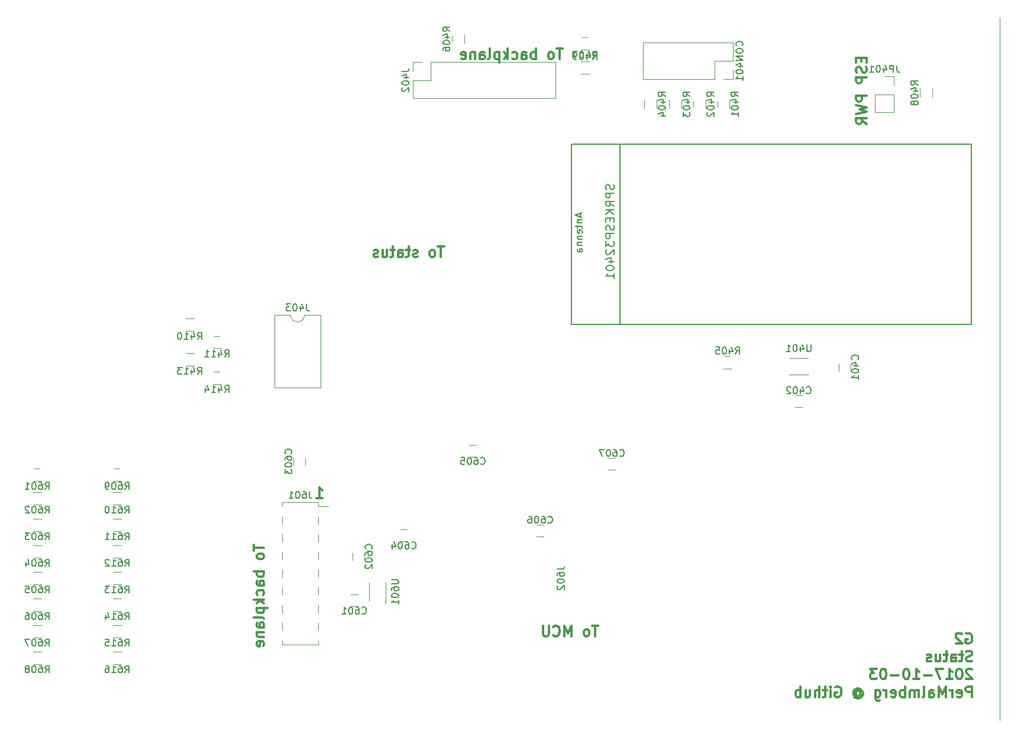
<source format=gbr>
G04 #@! TF.GenerationSoftware,KiCad,Pcbnew,(2017-09-19 revision dddaa7e69)-makepkg*
G04 #@! TF.CreationDate,2017-11-12T19:58:56+01:00*
G04 #@! TF.ProjectId,G2,47322E6B696361645F70636200000000,rev?*
G04 #@! TF.SameCoordinates,Original*
G04 #@! TF.FileFunction,Legend,Bot*
G04 #@! TF.FilePolarity,Positive*
%FSLAX46Y46*%
G04 Gerber Fmt 4.6, Leading zero omitted, Abs format (unit mm)*
G04 Created by KiCad (PCBNEW (2017-09-19 revision dddaa7e69)-makepkg) date 11/12/17 19:58:56*
%MOMM*%
%LPD*%
G01*
G04 APERTURE LIST*
%ADD10C,0.300000*%
%ADD11C,0.100000*%
%ADD12C,0.150000*%
%ADD13C,0.120000*%
%ADD14R,3.400000X3.100000*%
%ADD15R,1.600000X0.700000*%
%ADD16O,2.100000X2.100000*%
%ADD17R,2.100000X2.100000*%
%ADD18C,2.900000*%
%ADD19R,2.900000X2.900000*%
%ADD20O,1.600000X2.400000*%
%ADD21R,2.400000X2.180000*%
%ADD22R,1.700000X1.100000*%
%ADD23R,3.550000X1.400000*%
%ADD24R,1.400000X1.650000*%
%ADD25R,1.650000X1.400000*%
%ADD26R,1.150000X0.650000*%
%ADD27R,0.650000X1.150000*%
%ADD28R,1.100000X1.700000*%
%ADD29R,2.000000X2.000000*%
%ADD30C,2.000000*%
G04 APERTURE END LIST*
D10*
X163112142Y-187545000D02*
X163255000Y-187473571D01*
X163469285Y-187473571D01*
X163683571Y-187545000D01*
X163826428Y-187687857D01*
X163897857Y-187830714D01*
X163969285Y-188116428D01*
X163969285Y-188330714D01*
X163897857Y-188616428D01*
X163826428Y-188759285D01*
X163683571Y-188902142D01*
X163469285Y-188973571D01*
X163326428Y-188973571D01*
X163112142Y-188902142D01*
X163040714Y-188830714D01*
X163040714Y-188330714D01*
X163326428Y-188330714D01*
X162469285Y-187616428D02*
X162397857Y-187545000D01*
X162255000Y-187473571D01*
X161897857Y-187473571D01*
X161755000Y-187545000D01*
X161683571Y-187616428D01*
X161612142Y-187759285D01*
X161612142Y-187902142D01*
X161683571Y-188116428D01*
X162540714Y-188973571D01*
X161612142Y-188973571D01*
X163969285Y-191452142D02*
X163755000Y-191523571D01*
X163397857Y-191523571D01*
X163255000Y-191452142D01*
X163183571Y-191380714D01*
X163112142Y-191237857D01*
X163112142Y-191095000D01*
X163183571Y-190952142D01*
X163255000Y-190880714D01*
X163397857Y-190809285D01*
X163683571Y-190737857D01*
X163826428Y-190666428D01*
X163897857Y-190595000D01*
X163969285Y-190452142D01*
X163969285Y-190309285D01*
X163897857Y-190166428D01*
X163826428Y-190095000D01*
X163683571Y-190023571D01*
X163326428Y-190023571D01*
X163112142Y-190095000D01*
X162683571Y-190523571D02*
X162112142Y-190523571D01*
X162469285Y-190023571D02*
X162469285Y-191309285D01*
X162397857Y-191452142D01*
X162255000Y-191523571D01*
X162112142Y-191523571D01*
X160969285Y-191523571D02*
X160969285Y-190737857D01*
X161040714Y-190595000D01*
X161183571Y-190523571D01*
X161469285Y-190523571D01*
X161612142Y-190595000D01*
X160969285Y-191452142D02*
X161112142Y-191523571D01*
X161469285Y-191523571D01*
X161612142Y-191452142D01*
X161683571Y-191309285D01*
X161683571Y-191166428D01*
X161612142Y-191023571D01*
X161469285Y-190952142D01*
X161112142Y-190952142D01*
X160969285Y-190880714D01*
X160469285Y-190523571D02*
X159897857Y-190523571D01*
X160255000Y-190023571D02*
X160255000Y-191309285D01*
X160183571Y-191452142D01*
X160040714Y-191523571D01*
X159897857Y-191523571D01*
X158755000Y-190523571D02*
X158755000Y-191523571D01*
X159397857Y-190523571D02*
X159397857Y-191309285D01*
X159326428Y-191452142D01*
X159183571Y-191523571D01*
X158969285Y-191523571D01*
X158826428Y-191452142D01*
X158755000Y-191380714D01*
X158112142Y-191452142D02*
X157969285Y-191523571D01*
X157683571Y-191523571D01*
X157540714Y-191452142D01*
X157469285Y-191309285D01*
X157469285Y-191237857D01*
X157540714Y-191095000D01*
X157683571Y-191023571D01*
X157897857Y-191023571D01*
X158040714Y-190952142D01*
X158112142Y-190809285D01*
X158112142Y-190737857D01*
X158040714Y-190595000D01*
X157897857Y-190523571D01*
X157683571Y-190523571D01*
X157540714Y-190595000D01*
X163969285Y-192716428D02*
X163897857Y-192645000D01*
X163755000Y-192573571D01*
X163397857Y-192573571D01*
X163255000Y-192645000D01*
X163183571Y-192716428D01*
X163112142Y-192859285D01*
X163112142Y-193002142D01*
X163183571Y-193216428D01*
X164040714Y-194073571D01*
X163112142Y-194073571D01*
X162183571Y-192573571D02*
X162040714Y-192573571D01*
X161897857Y-192645000D01*
X161826428Y-192716428D01*
X161755000Y-192859285D01*
X161683571Y-193145000D01*
X161683571Y-193502142D01*
X161755000Y-193787857D01*
X161826428Y-193930714D01*
X161897857Y-194002142D01*
X162040714Y-194073571D01*
X162183571Y-194073571D01*
X162326428Y-194002142D01*
X162397857Y-193930714D01*
X162469285Y-193787857D01*
X162540714Y-193502142D01*
X162540714Y-193145000D01*
X162469285Y-192859285D01*
X162397857Y-192716428D01*
X162326428Y-192645000D01*
X162183571Y-192573571D01*
X160255000Y-194073571D02*
X161112142Y-194073571D01*
X160683571Y-194073571D02*
X160683571Y-192573571D01*
X160826428Y-192787857D01*
X160969285Y-192930714D01*
X161112142Y-193002142D01*
X159755000Y-192573571D02*
X158755000Y-192573571D01*
X159397857Y-194073571D01*
X158183571Y-193502142D02*
X157040714Y-193502142D01*
X155540714Y-194073571D02*
X156397857Y-194073571D01*
X155969285Y-194073571D02*
X155969285Y-192573571D01*
X156112142Y-192787857D01*
X156255000Y-192930714D01*
X156397857Y-193002142D01*
X154612142Y-192573571D02*
X154469285Y-192573571D01*
X154326428Y-192645000D01*
X154255000Y-192716428D01*
X154183571Y-192859285D01*
X154112142Y-193145000D01*
X154112142Y-193502142D01*
X154183571Y-193787857D01*
X154255000Y-193930714D01*
X154326428Y-194002142D01*
X154469285Y-194073571D01*
X154612142Y-194073571D01*
X154755000Y-194002142D01*
X154826428Y-193930714D01*
X154897857Y-193787857D01*
X154969285Y-193502142D01*
X154969285Y-193145000D01*
X154897857Y-192859285D01*
X154826428Y-192716428D01*
X154755000Y-192645000D01*
X154612142Y-192573571D01*
X153469285Y-193502142D02*
X152326428Y-193502142D01*
X151326428Y-192573571D02*
X151183571Y-192573571D01*
X151040714Y-192645000D01*
X150969285Y-192716428D01*
X150897857Y-192859285D01*
X150826428Y-193145000D01*
X150826428Y-193502142D01*
X150897857Y-193787857D01*
X150969285Y-193930714D01*
X151040714Y-194002142D01*
X151183571Y-194073571D01*
X151326428Y-194073571D01*
X151469285Y-194002142D01*
X151540714Y-193930714D01*
X151612142Y-193787857D01*
X151683571Y-193502142D01*
X151683571Y-193145000D01*
X151612142Y-192859285D01*
X151540714Y-192716428D01*
X151469285Y-192645000D01*
X151326428Y-192573571D01*
X150326428Y-192573571D02*
X149397857Y-192573571D01*
X149897857Y-193145000D01*
X149683571Y-193145000D01*
X149540714Y-193216428D01*
X149469285Y-193287857D01*
X149397857Y-193430714D01*
X149397857Y-193787857D01*
X149469285Y-193930714D01*
X149540714Y-194002142D01*
X149683571Y-194073571D01*
X150112142Y-194073571D01*
X150255000Y-194002142D01*
X150326428Y-193930714D01*
X163897857Y-196623571D02*
X163897857Y-195123571D01*
X163326428Y-195123571D01*
X163183571Y-195195000D01*
X163112142Y-195266428D01*
X163040714Y-195409285D01*
X163040714Y-195623571D01*
X163112142Y-195766428D01*
X163183571Y-195837857D01*
X163326428Y-195909285D01*
X163897857Y-195909285D01*
X161826428Y-196552142D02*
X161969285Y-196623571D01*
X162255000Y-196623571D01*
X162397857Y-196552142D01*
X162469285Y-196409285D01*
X162469285Y-195837857D01*
X162397857Y-195695000D01*
X162255000Y-195623571D01*
X161969285Y-195623571D01*
X161826428Y-195695000D01*
X161755000Y-195837857D01*
X161755000Y-195980714D01*
X162469285Y-196123571D01*
X161112142Y-196623571D02*
X161112142Y-195623571D01*
X161112142Y-195909285D02*
X161040714Y-195766428D01*
X160969285Y-195695000D01*
X160826428Y-195623571D01*
X160683571Y-195623571D01*
X160183571Y-196623571D02*
X160183571Y-195123571D01*
X159683571Y-196195000D01*
X159183571Y-195123571D01*
X159183571Y-196623571D01*
X157826428Y-196623571D02*
X157826428Y-195837857D01*
X157897857Y-195695000D01*
X158040714Y-195623571D01*
X158326428Y-195623571D01*
X158469285Y-195695000D01*
X157826428Y-196552142D02*
X157969285Y-196623571D01*
X158326428Y-196623571D01*
X158469285Y-196552142D01*
X158540714Y-196409285D01*
X158540714Y-196266428D01*
X158469285Y-196123571D01*
X158326428Y-196052142D01*
X157969285Y-196052142D01*
X157826428Y-195980714D01*
X156897857Y-196623571D02*
X157040714Y-196552142D01*
X157112142Y-196409285D01*
X157112142Y-195123571D01*
X156326428Y-196623571D02*
X156326428Y-195623571D01*
X156326428Y-195766428D02*
X156255000Y-195695000D01*
X156112142Y-195623571D01*
X155897857Y-195623571D01*
X155755000Y-195695000D01*
X155683571Y-195837857D01*
X155683571Y-196623571D01*
X155683571Y-195837857D02*
X155612142Y-195695000D01*
X155469285Y-195623571D01*
X155255000Y-195623571D01*
X155112142Y-195695000D01*
X155040714Y-195837857D01*
X155040714Y-196623571D01*
X154326428Y-196623571D02*
X154326428Y-195123571D01*
X154326428Y-195695000D02*
X154183571Y-195623571D01*
X153897857Y-195623571D01*
X153755000Y-195695000D01*
X153683571Y-195766428D01*
X153612142Y-195909285D01*
X153612142Y-196337857D01*
X153683571Y-196480714D01*
X153755000Y-196552142D01*
X153897857Y-196623571D01*
X154183571Y-196623571D01*
X154326428Y-196552142D01*
X152397857Y-196552142D02*
X152540714Y-196623571D01*
X152826428Y-196623571D01*
X152969285Y-196552142D01*
X153040714Y-196409285D01*
X153040714Y-195837857D01*
X152969285Y-195695000D01*
X152826428Y-195623571D01*
X152540714Y-195623571D01*
X152397857Y-195695000D01*
X152326428Y-195837857D01*
X152326428Y-195980714D01*
X153040714Y-196123571D01*
X151683571Y-196623571D02*
X151683571Y-195623571D01*
X151683571Y-195909285D02*
X151612142Y-195766428D01*
X151540714Y-195695000D01*
X151397857Y-195623571D01*
X151255000Y-195623571D01*
X150112142Y-195623571D02*
X150112142Y-196837857D01*
X150183571Y-196980714D01*
X150255000Y-197052142D01*
X150397857Y-197123571D01*
X150612142Y-197123571D01*
X150755000Y-197052142D01*
X150112142Y-196552142D02*
X150255000Y-196623571D01*
X150540714Y-196623571D01*
X150683571Y-196552142D01*
X150755000Y-196480714D01*
X150826428Y-196337857D01*
X150826428Y-195909285D01*
X150755000Y-195766428D01*
X150683571Y-195695000D01*
X150540714Y-195623571D01*
X150255000Y-195623571D01*
X150112142Y-195695000D01*
X147326428Y-195909285D02*
X147397857Y-195837857D01*
X147540714Y-195766428D01*
X147683571Y-195766428D01*
X147826428Y-195837857D01*
X147897857Y-195909285D01*
X147969285Y-196052142D01*
X147969285Y-196195000D01*
X147897857Y-196337857D01*
X147826428Y-196409285D01*
X147683571Y-196480714D01*
X147540714Y-196480714D01*
X147397857Y-196409285D01*
X147326428Y-196337857D01*
X147326428Y-195766428D02*
X147326428Y-196337857D01*
X147255000Y-196409285D01*
X147183571Y-196409285D01*
X147040714Y-196337857D01*
X146969285Y-196195000D01*
X146969285Y-195837857D01*
X147112142Y-195623571D01*
X147326428Y-195480714D01*
X147612142Y-195409285D01*
X147897857Y-195480714D01*
X148112142Y-195623571D01*
X148255000Y-195837857D01*
X148326428Y-196123571D01*
X148255000Y-196409285D01*
X148112142Y-196623571D01*
X147897857Y-196766428D01*
X147612142Y-196837857D01*
X147326428Y-196766428D01*
X147112142Y-196623571D01*
X144397857Y-195195000D02*
X144540714Y-195123571D01*
X144755000Y-195123571D01*
X144969285Y-195195000D01*
X145112142Y-195337857D01*
X145183571Y-195480714D01*
X145255000Y-195766428D01*
X145255000Y-195980714D01*
X145183571Y-196266428D01*
X145112142Y-196409285D01*
X144969285Y-196552142D01*
X144755000Y-196623571D01*
X144612142Y-196623571D01*
X144397857Y-196552142D01*
X144326428Y-196480714D01*
X144326428Y-195980714D01*
X144612142Y-195980714D01*
X143683571Y-196623571D02*
X143683571Y-195623571D01*
X143683571Y-195123571D02*
X143755000Y-195195000D01*
X143683571Y-195266428D01*
X143612142Y-195195000D01*
X143683571Y-195123571D01*
X143683571Y-195266428D01*
X143183571Y-195623571D02*
X142612142Y-195623571D01*
X142969285Y-195123571D02*
X142969285Y-196409285D01*
X142897857Y-196552142D01*
X142755000Y-196623571D01*
X142612142Y-196623571D01*
X142112142Y-196623571D02*
X142112142Y-195123571D01*
X141469285Y-196623571D02*
X141469285Y-195837857D01*
X141540714Y-195695000D01*
X141683571Y-195623571D01*
X141897857Y-195623571D01*
X142040714Y-195695000D01*
X142112142Y-195766428D01*
X140112142Y-195623571D02*
X140112142Y-196623571D01*
X140755000Y-195623571D02*
X140755000Y-196409285D01*
X140683571Y-196552142D01*
X140540714Y-196623571D01*
X140326428Y-196623571D01*
X140183571Y-196552142D01*
X140112142Y-196480714D01*
X139397857Y-196623571D02*
X139397857Y-195123571D01*
X139397857Y-195695000D02*
X139255000Y-195623571D01*
X138969285Y-195623571D01*
X138826428Y-195695000D01*
X138755000Y-195766428D01*
X138683571Y-195909285D01*
X138683571Y-196337857D01*
X138755000Y-196480714D01*
X138826428Y-196552142D01*
X138969285Y-196623571D01*
X139255000Y-196623571D01*
X139397857Y-196552142D01*
D11*
X167900000Y-199930000D02*
X167900000Y-99320000D01*
D10*
X70137428Y-168096571D02*
X70994571Y-168096571D01*
X70566000Y-168096571D02*
X70566000Y-166596571D01*
X70708857Y-166810857D01*
X70851714Y-166953714D01*
X70994571Y-167025142D01*
X88373142Y-132052571D02*
X87516000Y-132052571D01*
X87944571Y-133552571D02*
X87944571Y-132052571D01*
X86801714Y-133552571D02*
X86944571Y-133481142D01*
X87016000Y-133409714D01*
X87087428Y-133266857D01*
X87087428Y-132838285D01*
X87016000Y-132695428D01*
X86944571Y-132624000D01*
X86801714Y-132552571D01*
X86587428Y-132552571D01*
X86444571Y-132624000D01*
X86373142Y-132695428D01*
X86301714Y-132838285D01*
X86301714Y-133266857D01*
X86373142Y-133409714D01*
X86444571Y-133481142D01*
X86587428Y-133552571D01*
X86801714Y-133552571D01*
X84587428Y-133481142D02*
X84444571Y-133552571D01*
X84158857Y-133552571D01*
X84016000Y-133481142D01*
X83944571Y-133338285D01*
X83944571Y-133266857D01*
X84016000Y-133124000D01*
X84158857Y-133052571D01*
X84373142Y-133052571D01*
X84516000Y-132981142D01*
X84587428Y-132838285D01*
X84587428Y-132766857D01*
X84516000Y-132624000D01*
X84373142Y-132552571D01*
X84158857Y-132552571D01*
X84016000Y-132624000D01*
X83516000Y-132552571D02*
X82944571Y-132552571D01*
X83301714Y-132052571D02*
X83301714Y-133338285D01*
X83230285Y-133481142D01*
X83087428Y-133552571D01*
X82944571Y-133552571D01*
X81801714Y-133552571D02*
X81801714Y-132766857D01*
X81873142Y-132624000D01*
X82016000Y-132552571D01*
X82301714Y-132552571D01*
X82444571Y-132624000D01*
X81801714Y-133481142D02*
X81944571Y-133552571D01*
X82301714Y-133552571D01*
X82444571Y-133481142D01*
X82516000Y-133338285D01*
X82516000Y-133195428D01*
X82444571Y-133052571D01*
X82301714Y-132981142D01*
X81944571Y-132981142D01*
X81801714Y-132909714D01*
X81301714Y-132552571D02*
X80730285Y-132552571D01*
X81087428Y-132052571D02*
X81087428Y-133338285D01*
X81016000Y-133481142D01*
X80873142Y-133552571D01*
X80730285Y-133552571D01*
X79587428Y-132552571D02*
X79587428Y-133552571D01*
X80230285Y-132552571D02*
X80230285Y-133338285D01*
X80158857Y-133481142D01*
X80016000Y-133552571D01*
X79801714Y-133552571D01*
X79658857Y-133481142D01*
X79587428Y-133409714D01*
X78944571Y-133481142D02*
X78801714Y-133552571D01*
X78516000Y-133552571D01*
X78373142Y-133481142D01*
X78301714Y-133338285D01*
X78301714Y-133266857D01*
X78373142Y-133124000D01*
X78516000Y-133052571D01*
X78730285Y-133052571D01*
X78873142Y-132981142D01*
X78944571Y-132838285D01*
X78944571Y-132766857D01*
X78873142Y-132624000D01*
X78730285Y-132552571D01*
X78516000Y-132552571D01*
X78373142Y-132624000D01*
X110451428Y-186408571D02*
X109594285Y-186408571D01*
X110022857Y-187908571D02*
X110022857Y-186408571D01*
X108880000Y-187908571D02*
X109022857Y-187837142D01*
X109094285Y-187765714D01*
X109165714Y-187622857D01*
X109165714Y-187194285D01*
X109094285Y-187051428D01*
X109022857Y-186980000D01*
X108880000Y-186908571D01*
X108665714Y-186908571D01*
X108522857Y-186980000D01*
X108451428Y-187051428D01*
X108380000Y-187194285D01*
X108380000Y-187622857D01*
X108451428Y-187765714D01*
X108522857Y-187837142D01*
X108665714Y-187908571D01*
X108880000Y-187908571D01*
X106594285Y-187908571D02*
X106594285Y-186408571D01*
X106094285Y-187480000D01*
X105594285Y-186408571D01*
X105594285Y-187908571D01*
X104022857Y-187765714D02*
X104094285Y-187837142D01*
X104308571Y-187908571D01*
X104451428Y-187908571D01*
X104665714Y-187837142D01*
X104808571Y-187694285D01*
X104880000Y-187551428D01*
X104951428Y-187265714D01*
X104951428Y-187051428D01*
X104880000Y-186765714D01*
X104808571Y-186622857D01*
X104665714Y-186480000D01*
X104451428Y-186408571D01*
X104308571Y-186408571D01*
X104094285Y-186480000D01*
X104022857Y-186551428D01*
X103380000Y-186408571D02*
X103380000Y-187622857D01*
X103308571Y-187765714D01*
X103237142Y-187837142D01*
X103094285Y-187908571D01*
X102808571Y-187908571D01*
X102665714Y-187837142D01*
X102594285Y-187765714D01*
X102522857Y-187622857D01*
X102522857Y-186408571D01*
X61108571Y-174792857D02*
X61108571Y-175650000D01*
X62608571Y-175221428D02*
X61108571Y-175221428D01*
X62608571Y-176364285D02*
X62537142Y-176221428D01*
X62465714Y-176150000D01*
X62322857Y-176078571D01*
X61894285Y-176078571D01*
X61751428Y-176150000D01*
X61680000Y-176221428D01*
X61608571Y-176364285D01*
X61608571Y-176578571D01*
X61680000Y-176721428D01*
X61751428Y-176792857D01*
X61894285Y-176864285D01*
X62322857Y-176864285D01*
X62465714Y-176792857D01*
X62537142Y-176721428D01*
X62608571Y-176578571D01*
X62608571Y-176364285D01*
X62608571Y-178650000D02*
X61108571Y-178650000D01*
X61680000Y-178650000D02*
X61608571Y-178792857D01*
X61608571Y-179078571D01*
X61680000Y-179221428D01*
X61751428Y-179292857D01*
X61894285Y-179364285D01*
X62322857Y-179364285D01*
X62465714Y-179292857D01*
X62537142Y-179221428D01*
X62608571Y-179078571D01*
X62608571Y-178792857D01*
X62537142Y-178650000D01*
X62608571Y-180650000D02*
X61822857Y-180650000D01*
X61680000Y-180578571D01*
X61608571Y-180435714D01*
X61608571Y-180150000D01*
X61680000Y-180007142D01*
X62537142Y-180650000D02*
X62608571Y-180507142D01*
X62608571Y-180150000D01*
X62537142Y-180007142D01*
X62394285Y-179935714D01*
X62251428Y-179935714D01*
X62108571Y-180007142D01*
X62037142Y-180150000D01*
X62037142Y-180507142D01*
X61965714Y-180650000D01*
X62537142Y-182007142D02*
X62608571Y-181864285D01*
X62608571Y-181578571D01*
X62537142Y-181435714D01*
X62465714Y-181364285D01*
X62322857Y-181292857D01*
X61894285Y-181292857D01*
X61751428Y-181364285D01*
X61680000Y-181435714D01*
X61608571Y-181578571D01*
X61608571Y-181864285D01*
X61680000Y-182007142D01*
X62608571Y-182650000D02*
X61108571Y-182650000D01*
X62037142Y-182792857D02*
X62608571Y-183221428D01*
X61608571Y-183221428D02*
X62180000Y-182650000D01*
X61608571Y-183864285D02*
X63108571Y-183864285D01*
X61680000Y-183864285D02*
X61608571Y-184007142D01*
X61608571Y-184292857D01*
X61680000Y-184435714D01*
X61751428Y-184507142D01*
X61894285Y-184578571D01*
X62322857Y-184578571D01*
X62465714Y-184507142D01*
X62537142Y-184435714D01*
X62608571Y-184292857D01*
X62608571Y-184007142D01*
X62537142Y-183864285D01*
X62608571Y-185435714D02*
X62537142Y-185292857D01*
X62394285Y-185221428D01*
X61108571Y-185221428D01*
X62608571Y-186650000D02*
X61822857Y-186650000D01*
X61680000Y-186578571D01*
X61608571Y-186435714D01*
X61608571Y-186150000D01*
X61680000Y-186007142D01*
X62537142Y-186650000D02*
X62608571Y-186507142D01*
X62608571Y-186150000D01*
X62537142Y-186007142D01*
X62394285Y-185935714D01*
X62251428Y-185935714D01*
X62108571Y-186007142D01*
X62037142Y-186150000D01*
X62037142Y-186507142D01*
X61965714Y-186650000D01*
X61608571Y-187364285D02*
X62608571Y-187364285D01*
X61751428Y-187364285D02*
X61680000Y-187435714D01*
X61608571Y-187578571D01*
X61608571Y-187792857D01*
X61680000Y-187935714D01*
X61822857Y-188007142D01*
X62608571Y-188007142D01*
X62537142Y-189292857D02*
X62608571Y-189150000D01*
X62608571Y-188864285D01*
X62537142Y-188721428D01*
X62394285Y-188650000D01*
X61822857Y-188650000D01*
X61680000Y-188721428D01*
X61608571Y-188864285D01*
X61608571Y-189150000D01*
X61680000Y-189292857D01*
X61822857Y-189364285D01*
X61965714Y-189364285D01*
X62108571Y-188650000D01*
X148092857Y-105015714D02*
X148092857Y-105515714D01*
X148878571Y-105730000D02*
X148878571Y-105015714D01*
X147378571Y-105015714D01*
X147378571Y-105730000D01*
X148807142Y-106301428D02*
X148878571Y-106515714D01*
X148878571Y-106872857D01*
X148807142Y-107015714D01*
X148735714Y-107087142D01*
X148592857Y-107158571D01*
X148450000Y-107158571D01*
X148307142Y-107087142D01*
X148235714Y-107015714D01*
X148164285Y-106872857D01*
X148092857Y-106587142D01*
X148021428Y-106444285D01*
X147950000Y-106372857D01*
X147807142Y-106301428D01*
X147664285Y-106301428D01*
X147521428Y-106372857D01*
X147450000Y-106444285D01*
X147378571Y-106587142D01*
X147378571Y-106944285D01*
X147450000Y-107158571D01*
X148878571Y-107801428D02*
X147378571Y-107801428D01*
X147378571Y-108372857D01*
X147450000Y-108515714D01*
X147521428Y-108587142D01*
X147664285Y-108658571D01*
X147878571Y-108658571D01*
X148021428Y-108587142D01*
X148092857Y-108515714D01*
X148164285Y-108372857D01*
X148164285Y-107801428D01*
X148878571Y-110444285D02*
X147378571Y-110444285D01*
X147378571Y-111015714D01*
X147450000Y-111158571D01*
X147521428Y-111230000D01*
X147664285Y-111301428D01*
X147878571Y-111301428D01*
X148021428Y-111230000D01*
X148092857Y-111158571D01*
X148164285Y-111015714D01*
X148164285Y-110444285D01*
X147378571Y-111801428D02*
X148878571Y-112158571D01*
X147807142Y-112444285D01*
X148878571Y-112730000D01*
X147378571Y-113087142D01*
X148878571Y-114515714D02*
X148164285Y-114015714D01*
X148878571Y-113658571D02*
X147378571Y-113658571D01*
X147378571Y-114230000D01*
X147450000Y-114372857D01*
X147521428Y-114444285D01*
X147664285Y-114515714D01*
X147878571Y-114515714D01*
X148021428Y-114444285D01*
X148092857Y-114372857D01*
X148164285Y-114230000D01*
X148164285Y-113658571D01*
X105357142Y-103708571D02*
X104500000Y-103708571D01*
X104928571Y-105208571D02*
X104928571Y-103708571D01*
X103785714Y-105208571D02*
X103928571Y-105137142D01*
X104000000Y-105065714D01*
X104071428Y-104922857D01*
X104071428Y-104494285D01*
X104000000Y-104351428D01*
X103928571Y-104280000D01*
X103785714Y-104208571D01*
X103571428Y-104208571D01*
X103428571Y-104280000D01*
X103357142Y-104351428D01*
X103285714Y-104494285D01*
X103285714Y-104922857D01*
X103357142Y-105065714D01*
X103428571Y-105137142D01*
X103571428Y-105208571D01*
X103785714Y-105208571D01*
X101500000Y-105208571D02*
X101500000Y-103708571D01*
X101500000Y-104280000D02*
X101357142Y-104208571D01*
X101071428Y-104208571D01*
X100928571Y-104280000D01*
X100857142Y-104351428D01*
X100785714Y-104494285D01*
X100785714Y-104922857D01*
X100857142Y-105065714D01*
X100928571Y-105137142D01*
X101071428Y-105208571D01*
X101357142Y-105208571D01*
X101500000Y-105137142D01*
X99500000Y-105208571D02*
X99500000Y-104422857D01*
X99571428Y-104280000D01*
X99714285Y-104208571D01*
X100000000Y-104208571D01*
X100142857Y-104280000D01*
X99500000Y-105137142D02*
X99642857Y-105208571D01*
X100000000Y-105208571D01*
X100142857Y-105137142D01*
X100214285Y-104994285D01*
X100214285Y-104851428D01*
X100142857Y-104708571D01*
X100000000Y-104637142D01*
X99642857Y-104637142D01*
X99500000Y-104565714D01*
X98142857Y-105137142D02*
X98285714Y-105208571D01*
X98571428Y-105208571D01*
X98714285Y-105137142D01*
X98785714Y-105065714D01*
X98857142Y-104922857D01*
X98857142Y-104494285D01*
X98785714Y-104351428D01*
X98714285Y-104280000D01*
X98571428Y-104208571D01*
X98285714Y-104208571D01*
X98142857Y-104280000D01*
X97500000Y-105208571D02*
X97500000Y-103708571D01*
X97357142Y-104637142D02*
X96928571Y-105208571D01*
X96928571Y-104208571D02*
X97500000Y-104780000D01*
X96285714Y-104208571D02*
X96285714Y-105708571D01*
X96285714Y-104280000D02*
X96142857Y-104208571D01*
X95857142Y-104208571D01*
X95714285Y-104280000D01*
X95642857Y-104351428D01*
X95571428Y-104494285D01*
X95571428Y-104922857D01*
X95642857Y-105065714D01*
X95714285Y-105137142D01*
X95857142Y-105208571D01*
X96142857Y-105208571D01*
X96285714Y-105137142D01*
X94714285Y-105208571D02*
X94857142Y-105137142D01*
X94928571Y-104994285D01*
X94928571Y-103708571D01*
X93500000Y-105208571D02*
X93500000Y-104422857D01*
X93571428Y-104280000D01*
X93714285Y-104208571D01*
X94000000Y-104208571D01*
X94142857Y-104280000D01*
X93500000Y-105137142D02*
X93642857Y-105208571D01*
X94000000Y-105208571D01*
X94142857Y-105137142D01*
X94214285Y-104994285D01*
X94214285Y-104851428D01*
X94142857Y-104708571D01*
X94000000Y-104637142D01*
X93642857Y-104637142D01*
X93500000Y-104565714D01*
X92785714Y-104208571D02*
X92785714Y-105208571D01*
X92785714Y-104351428D02*
X92714285Y-104280000D01*
X92571428Y-104208571D01*
X92357142Y-104208571D01*
X92214285Y-104280000D01*
X92142857Y-104422857D01*
X92142857Y-105208571D01*
X90857142Y-105137142D02*
X91000000Y-105208571D01*
X91285714Y-105208571D01*
X91428571Y-105137142D01*
X91500000Y-104994285D01*
X91500000Y-104422857D01*
X91428571Y-104280000D01*
X91285714Y-104208571D01*
X91000000Y-104208571D01*
X90857142Y-104280000D01*
X90785714Y-104422857D01*
X90785714Y-104565714D01*
X91500000Y-104708571D01*
D12*
X113600000Y-118244000D02*
X113600000Y-117424000D01*
X163830000Y-142413999D02*
X163830000Y-143243999D01*
X113600000Y-118244000D02*
X113600000Y-143244000D01*
X113300000Y-117415340D02*
X106600000Y-117415340D01*
X113400000Y-143244000D02*
X106600000Y-143244000D01*
X106600000Y-143244000D02*
X106600000Y-118344000D01*
X113370000Y-117415341D02*
X163830000Y-117415340D01*
X163830000Y-117415340D02*
X163830000Y-142415339D01*
X163830000Y-143243999D02*
X113370000Y-143244000D01*
X106600000Y-118345340D02*
X106600000Y-117415340D01*
D13*
X66416700Y-141853200D02*
G75*
G03X68416700Y-141853200I1000000J0D01*
G01*
X64121700Y-141853200D02*
X66416700Y-141853200D01*
X64121700Y-152253200D02*
X64121700Y-141853200D01*
X70711700Y-152253200D02*
X64121700Y-152253200D01*
X70711700Y-141853200D02*
X70711700Y-152253200D01*
X68416700Y-141853200D02*
X70711700Y-141853200D01*
X158280000Y-110630000D02*
X158280000Y-109430000D01*
X156520000Y-109430000D02*
X156520000Y-110630000D01*
X70410000Y-168700000D02*
X65210000Y-168700000D01*
X70410000Y-189140000D02*
X65210000Y-189140000D01*
X71850000Y-169270000D02*
X70410000Y-169270000D01*
X70410000Y-168700000D02*
X70410000Y-169270000D01*
X65210000Y-168700000D02*
X65210000Y-169270000D01*
X70410000Y-188570000D02*
X70410000Y-189140000D01*
X65210000Y-188570000D02*
X65210000Y-189140000D01*
X70410000Y-170790000D02*
X70410000Y-171810000D01*
X65210000Y-170790000D02*
X65210000Y-171810000D01*
X70410000Y-173330000D02*
X70410000Y-174350000D01*
X65210000Y-173330000D02*
X65210000Y-174350000D01*
X70410000Y-175870000D02*
X70410000Y-176890000D01*
X65210000Y-175870000D02*
X65210000Y-176890000D01*
X70410000Y-178410000D02*
X70410000Y-179430000D01*
X65210000Y-178410000D02*
X65210000Y-179430000D01*
X70410000Y-180950000D02*
X70410000Y-181970000D01*
X65210000Y-180950000D02*
X65210000Y-181970000D01*
X70410000Y-183490000D02*
X70410000Y-184510000D01*
X65210000Y-183490000D02*
X65210000Y-184510000D01*
X70410000Y-186030000D02*
X70410000Y-187050000D01*
X65210000Y-186030000D02*
X65210000Y-187050000D01*
X93000000Y-162180000D02*
X92000000Y-162180000D01*
X92000000Y-160480000D02*
X93000000Y-160480000D01*
X146600000Y-148884000D02*
X146600000Y-149884000D01*
X144900000Y-149884000D02*
X144900000Y-148884000D01*
X139646000Y-155060000D02*
X138646000Y-155060000D01*
X138646000Y-153360000D02*
X139646000Y-153360000D01*
X75019000Y-181935000D02*
X76019000Y-181935000D01*
X76019000Y-183635000D02*
X75019000Y-183635000D01*
X75304000Y-176998500D02*
X75304000Y-175998500D01*
X77004000Y-175998500D02*
X77004000Y-176998500D01*
X68500000Y-162360000D02*
X68500000Y-163360000D01*
X66800000Y-163360000D02*
X66800000Y-162360000D01*
X82120000Y-172590000D02*
X83120000Y-172590000D01*
X83120000Y-174290000D02*
X82120000Y-174290000D01*
X101630000Y-171910000D02*
X102630000Y-171910000D01*
X102630000Y-173610000D02*
X101630000Y-173610000D01*
X112900000Y-164050000D02*
X111900000Y-164050000D01*
X111900000Y-162350000D02*
X112900000Y-162350000D01*
X140454000Y-150416000D02*
X140454000Y-150216000D01*
X140454000Y-148116000D02*
X140854000Y-148116000D01*
X140454000Y-148016000D02*
X140454000Y-148116000D01*
X137854000Y-148016000D02*
X140454000Y-148016000D01*
X137854000Y-148216000D02*
X137854000Y-148016000D01*
X137854000Y-150416000D02*
X137854000Y-150216000D01*
X140454000Y-150416000D02*
X137854000Y-150416000D01*
X77662000Y-182858000D02*
X77662000Y-180258000D01*
X77662000Y-180258000D02*
X77862000Y-180258000D01*
X79862000Y-180258000D02*
X80062000Y-180258000D01*
X80062000Y-180258000D02*
X80062000Y-182858000D01*
X80062000Y-182858000D02*
X79962000Y-182858000D01*
X79962000Y-182858000D02*
X79962000Y-183258000D01*
X77662000Y-182858000D02*
X77862000Y-182858000D01*
X152730000Y-107660000D02*
X151400000Y-107660000D01*
X152730000Y-108990000D02*
X152730000Y-107660000D01*
X152730000Y-110260000D02*
X150070000Y-110260000D01*
X150070000Y-110260000D02*
X150070000Y-112860000D01*
X152730000Y-110260000D02*
X152730000Y-112860000D01*
X152730000Y-112860000D02*
X150070000Y-112860000D01*
X129706542Y-108075420D02*
X129706542Y-106745420D01*
X128376542Y-108075420D02*
X129706542Y-108075420D01*
X129706542Y-105475420D02*
X129706542Y-102875420D01*
X127106542Y-105475420D02*
X129706542Y-105475420D01*
X127106542Y-108075420D02*
X127106542Y-105475420D01*
X129706542Y-102875420D02*
X116886542Y-102875420D01*
X127106542Y-108075420D02*
X116886542Y-108075420D01*
X116886542Y-108075420D02*
X116886542Y-102875420D01*
X104338000Y-105642000D02*
X104338000Y-110842000D01*
X86498000Y-105642000D02*
X104338000Y-105642000D01*
X83898000Y-110842000D02*
X104338000Y-110842000D01*
X86498000Y-105642000D02*
X86498000Y-108242000D01*
X86498000Y-108242000D02*
X83898000Y-108242000D01*
X83898000Y-108242000D02*
X83898000Y-110842000D01*
X85228000Y-105642000D02*
X83898000Y-105642000D01*
X83898000Y-105642000D02*
X83898000Y-106972000D01*
X30780000Y-163890200D02*
X29580000Y-163890200D01*
X29580000Y-165650200D02*
X30780000Y-165650200D01*
X51382000Y-144158000D02*
X52582000Y-144158000D01*
X52582000Y-142398000D02*
X51382000Y-142398000D01*
X56482000Y-144898000D02*
X55282000Y-144898000D01*
X55282000Y-146658000D02*
X56482000Y-146658000D01*
X51382000Y-149158000D02*
X52582000Y-149158000D01*
X52582000Y-147398000D02*
X51382000Y-147398000D01*
X56482000Y-149998000D02*
X55282000Y-149998000D01*
X55282000Y-151758000D02*
X56482000Y-151758000D01*
X42210000Y-190160000D02*
X41010000Y-190160000D01*
X41010000Y-191920000D02*
X42210000Y-191920000D01*
X41010000Y-188110000D02*
X42210000Y-188110000D01*
X42210000Y-186350000D02*
X41010000Y-186350000D01*
X42210000Y-182540000D02*
X41010000Y-182540000D01*
X41010000Y-184300000D02*
X42210000Y-184300000D01*
X41010000Y-180490000D02*
X42210000Y-180490000D01*
X42210000Y-178730000D02*
X41010000Y-178730000D01*
X41010000Y-172870000D02*
X42210000Y-172870000D01*
X42210000Y-171110000D02*
X41010000Y-171110000D01*
X42210000Y-167300000D02*
X41010000Y-167300000D01*
X41010000Y-169060000D02*
X42210000Y-169060000D01*
X41010000Y-165650200D02*
X42210000Y-165650200D01*
X42210000Y-163890200D02*
X41010000Y-163890200D01*
X30780000Y-190160000D02*
X29580000Y-190160000D01*
X29580000Y-191920000D02*
X30780000Y-191920000D01*
X29580000Y-188110000D02*
X30780000Y-188110000D01*
X30780000Y-186350000D02*
X29580000Y-186350000D01*
X30780000Y-182540000D02*
X29580000Y-182540000D01*
X29580000Y-184300000D02*
X30780000Y-184300000D01*
X109145200Y-105578000D02*
X107945200Y-105578000D01*
X107945200Y-107338000D02*
X109145200Y-107338000D01*
X30780000Y-174920000D02*
X29580000Y-174920000D01*
X29580000Y-176680000D02*
X30780000Y-176680000D01*
X29580000Y-172870000D02*
X30780000Y-172870000D01*
X30780000Y-171110000D02*
X29580000Y-171110000D01*
X30780000Y-167300000D02*
X29580000Y-167300000D01*
X29580000Y-169060000D02*
X30780000Y-169060000D01*
X41010000Y-176680000D02*
X42210000Y-176680000D01*
X42210000Y-174920000D02*
X41010000Y-174920000D01*
X29580000Y-180490000D02*
X30780000Y-180490000D01*
X30780000Y-178730000D02*
X29580000Y-178730000D01*
X129257940Y-112276420D02*
X129257940Y-111076420D01*
X127497940Y-111076420D02*
X127497940Y-112276420D01*
X91280000Y-102930000D02*
X91280000Y-101730000D01*
X89520000Y-101730000D02*
X89520000Y-102930000D01*
X107945200Y-103852000D02*
X109145200Y-103852000D01*
X109145200Y-102092000D02*
X107945200Y-102092000D01*
X128390000Y-149550000D02*
X129590000Y-149550000D01*
X129590000Y-147790000D02*
X128390000Y-147790000D01*
X118818542Y-112276420D02*
X118818542Y-111076420D01*
X117058542Y-111076420D02*
X117058542Y-112276420D01*
X120605008Y-111076420D02*
X120605008Y-112276420D01*
X122365008Y-112276420D02*
X122365008Y-111076420D01*
X125811474Y-112276420D02*
X125811474Y-111076420D01*
X124051474Y-111076420D02*
X124051474Y-112276420D01*
D12*
X104562380Y-178324285D02*
X105276666Y-178324285D01*
X105419523Y-178276666D01*
X105514761Y-178181428D01*
X105562380Y-178038571D01*
X105562380Y-177943333D01*
X104562380Y-179229047D02*
X104562380Y-179038571D01*
X104610000Y-178943333D01*
X104657619Y-178895714D01*
X104800476Y-178800476D01*
X104990952Y-178752857D01*
X105371904Y-178752857D01*
X105467142Y-178800476D01*
X105514761Y-178848095D01*
X105562380Y-178943333D01*
X105562380Y-179133809D01*
X105514761Y-179229047D01*
X105467142Y-179276666D01*
X105371904Y-179324285D01*
X105133809Y-179324285D01*
X105038571Y-179276666D01*
X104990952Y-179229047D01*
X104943333Y-179133809D01*
X104943333Y-178943333D01*
X104990952Y-178848095D01*
X105038571Y-178800476D01*
X105133809Y-178752857D01*
X104562380Y-179943333D02*
X104562380Y-180038571D01*
X104610000Y-180133809D01*
X104657619Y-180181428D01*
X104752857Y-180229047D01*
X104943333Y-180276666D01*
X105181428Y-180276666D01*
X105371904Y-180229047D01*
X105467142Y-180181428D01*
X105514761Y-180133809D01*
X105562380Y-180038571D01*
X105562380Y-179943333D01*
X105514761Y-179848095D01*
X105467142Y-179800476D01*
X105371904Y-179752857D01*
X105181428Y-179705238D01*
X104943333Y-179705238D01*
X104752857Y-179752857D01*
X104657619Y-179800476D01*
X104610000Y-179848095D01*
X104562380Y-179943333D01*
X104657619Y-180657619D02*
X104610000Y-180705238D01*
X104562380Y-180800476D01*
X104562380Y-181038571D01*
X104610000Y-181133809D01*
X104657619Y-181181428D01*
X104752857Y-181229047D01*
X104848095Y-181229047D01*
X104990952Y-181181428D01*
X105562380Y-180610000D01*
X105562380Y-181229047D01*
X112655714Y-123201054D02*
X112712857Y-123372482D01*
X112712857Y-123658197D01*
X112655714Y-123772482D01*
X112598571Y-123829625D01*
X112484285Y-123886768D01*
X112370000Y-123886768D01*
X112255714Y-123829625D01*
X112198571Y-123772482D01*
X112141428Y-123658197D01*
X112084285Y-123429625D01*
X112027142Y-123315340D01*
X111970000Y-123258197D01*
X111855714Y-123201054D01*
X111741428Y-123201054D01*
X111627142Y-123258197D01*
X111570000Y-123315340D01*
X111512857Y-123429625D01*
X111512857Y-123715340D01*
X111570000Y-123886768D01*
X112712857Y-124401054D02*
X111512857Y-124401054D01*
X111512857Y-124858197D01*
X111570000Y-124972482D01*
X111627142Y-125029625D01*
X111741428Y-125086768D01*
X111912857Y-125086768D01*
X112027142Y-125029625D01*
X112084285Y-124972482D01*
X112141428Y-124858197D01*
X112141428Y-124401054D01*
X112712857Y-126286768D02*
X112141428Y-125886768D01*
X112712857Y-125601054D02*
X111512857Y-125601054D01*
X111512857Y-126058197D01*
X111570000Y-126172482D01*
X111627142Y-126229625D01*
X111741428Y-126286768D01*
X111912857Y-126286768D01*
X112027142Y-126229625D01*
X112084285Y-126172482D01*
X112141428Y-126058197D01*
X112141428Y-125601054D01*
X112712857Y-126801054D02*
X111512857Y-126801054D01*
X112712857Y-127486768D02*
X112027142Y-126972482D01*
X111512857Y-127486768D02*
X112198571Y-126801054D01*
X112084285Y-128001054D02*
X112084285Y-128401054D01*
X112712857Y-128572482D02*
X112712857Y-128001054D01*
X111512857Y-128001054D01*
X111512857Y-128572482D01*
X112655714Y-129029625D02*
X112712857Y-129201054D01*
X112712857Y-129486768D01*
X112655714Y-129601054D01*
X112598571Y-129658197D01*
X112484285Y-129715340D01*
X112370000Y-129715340D01*
X112255714Y-129658197D01*
X112198571Y-129601054D01*
X112141428Y-129486768D01*
X112084285Y-129258197D01*
X112027142Y-129143911D01*
X111970000Y-129086768D01*
X111855714Y-129029625D01*
X111741428Y-129029625D01*
X111627142Y-129086768D01*
X111570000Y-129143911D01*
X111512857Y-129258197D01*
X111512857Y-129543911D01*
X111570000Y-129715340D01*
X112712857Y-130229625D02*
X111512857Y-130229625D01*
X111512857Y-130686768D01*
X111570000Y-130801054D01*
X111627142Y-130858197D01*
X111741428Y-130915340D01*
X111912857Y-130915340D01*
X112027142Y-130858197D01*
X112084285Y-130801054D01*
X112141428Y-130686768D01*
X112141428Y-130229625D01*
X111512857Y-131315340D02*
X111512857Y-132058197D01*
X111970000Y-131658197D01*
X111970000Y-131829625D01*
X112027142Y-131943911D01*
X112084285Y-132001054D01*
X112198571Y-132058197D01*
X112484285Y-132058197D01*
X112598571Y-132001054D01*
X112655714Y-131943911D01*
X112712857Y-131829625D01*
X112712857Y-131486768D01*
X112655714Y-131372482D01*
X112598571Y-131315340D01*
X111627142Y-132515340D02*
X111570000Y-132572482D01*
X111512857Y-132686768D01*
X111512857Y-132972482D01*
X111570000Y-133086768D01*
X111627142Y-133143911D01*
X111741428Y-133201054D01*
X111855714Y-133201054D01*
X112027142Y-133143911D01*
X112712857Y-132458197D01*
X112712857Y-133201054D01*
X111912857Y-134229625D02*
X112712857Y-134229625D01*
X111455714Y-133943911D02*
X112312857Y-133658197D01*
X112312857Y-134401054D01*
X111512857Y-135086768D02*
X111512857Y-135201054D01*
X111570000Y-135315340D01*
X111627142Y-135372482D01*
X111741428Y-135429625D01*
X111970000Y-135486768D01*
X112255714Y-135486768D01*
X112484285Y-135429625D01*
X112598571Y-135372482D01*
X112655714Y-135315340D01*
X112712857Y-135201054D01*
X112712857Y-135086768D01*
X112655714Y-134972482D01*
X112598571Y-134915340D01*
X112484285Y-134858197D01*
X112255714Y-134801054D01*
X111970000Y-134801054D01*
X111741428Y-134858197D01*
X111627142Y-134915340D01*
X111570000Y-134972482D01*
X111512857Y-135086768D01*
X112712857Y-136629625D02*
X112712857Y-135943911D01*
X112712857Y-136286768D02*
X111512857Y-136286768D01*
X111684285Y-136172482D01*
X111798571Y-136058197D01*
X111855714Y-135943911D01*
X107866666Y-127353435D02*
X107866666Y-127829625D01*
X108152380Y-127258197D02*
X107152380Y-127591530D01*
X108152380Y-127924863D01*
X107485714Y-128258197D02*
X108152380Y-128258197D01*
X107580952Y-128258197D02*
X107533333Y-128305816D01*
X107485714Y-128401054D01*
X107485714Y-128543911D01*
X107533333Y-128639149D01*
X107628571Y-128686768D01*
X108152380Y-128686768D01*
X107485714Y-129020101D02*
X107485714Y-129401054D01*
X107152380Y-129162959D02*
X108009523Y-129162959D01*
X108104761Y-129210578D01*
X108152380Y-129305816D01*
X108152380Y-129401054D01*
X108104761Y-130115340D02*
X108152380Y-130020101D01*
X108152380Y-129829625D01*
X108104761Y-129734387D01*
X108009523Y-129686768D01*
X107628571Y-129686768D01*
X107533333Y-129734387D01*
X107485714Y-129829625D01*
X107485714Y-130020101D01*
X107533333Y-130115340D01*
X107628571Y-130162959D01*
X107723809Y-130162959D01*
X107819047Y-129686768D01*
X107485714Y-130591530D02*
X108152380Y-130591530D01*
X107580952Y-130591530D02*
X107533333Y-130639149D01*
X107485714Y-130734387D01*
X107485714Y-130877244D01*
X107533333Y-130972482D01*
X107628571Y-131020101D01*
X108152380Y-131020101D01*
X107485714Y-131496292D02*
X108152380Y-131496292D01*
X107580952Y-131496292D02*
X107533333Y-131543911D01*
X107485714Y-131639149D01*
X107485714Y-131782006D01*
X107533333Y-131877244D01*
X107628571Y-131924863D01*
X108152380Y-131924863D01*
X108152380Y-132829625D02*
X107628571Y-132829625D01*
X107533333Y-132782006D01*
X107485714Y-132686768D01*
X107485714Y-132496292D01*
X107533333Y-132401054D01*
X108104761Y-132829625D02*
X108152380Y-132734387D01*
X108152380Y-132496292D01*
X108104761Y-132401054D01*
X108009523Y-132353435D01*
X107914285Y-132353435D01*
X107819047Y-132401054D01*
X107771428Y-132496292D01*
X107771428Y-132734387D01*
X107723809Y-132829625D01*
X68702414Y-140305580D02*
X68702414Y-141019866D01*
X68750033Y-141162723D01*
X68845271Y-141257961D01*
X68988128Y-141305580D01*
X69083366Y-141305580D01*
X67797652Y-140638914D02*
X67797652Y-141305580D01*
X68035747Y-140257961D02*
X68273842Y-140972247D01*
X67654795Y-140972247D01*
X67083366Y-140305580D02*
X66988128Y-140305580D01*
X66892890Y-140353200D01*
X66845271Y-140400819D01*
X66797652Y-140496057D01*
X66750033Y-140686533D01*
X66750033Y-140924628D01*
X66797652Y-141115104D01*
X66845271Y-141210342D01*
X66892890Y-141257961D01*
X66988128Y-141305580D01*
X67083366Y-141305580D01*
X67178604Y-141257961D01*
X67226223Y-141210342D01*
X67273842Y-141115104D01*
X67321461Y-140924628D01*
X67321461Y-140686533D01*
X67273842Y-140496057D01*
X67226223Y-140400819D01*
X67178604Y-140353200D01*
X67083366Y-140305580D01*
X66416700Y-140305580D02*
X65797652Y-140305580D01*
X66130985Y-140686533D01*
X65988128Y-140686533D01*
X65892890Y-140734152D01*
X65845271Y-140781771D01*
X65797652Y-140877009D01*
X65797652Y-141115104D01*
X65845271Y-141210342D01*
X65892890Y-141257961D01*
X65988128Y-141305580D01*
X66273842Y-141305580D01*
X66369080Y-141257961D01*
X66416700Y-141210342D01*
X156202380Y-108910952D02*
X155726190Y-108577619D01*
X156202380Y-108339523D02*
X155202380Y-108339523D01*
X155202380Y-108720476D01*
X155250000Y-108815714D01*
X155297619Y-108863333D01*
X155392857Y-108910952D01*
X155535714Y-108910952D01*
X155630952Y-108863333D01*
X155678571Y-108815714D01*
X155726190Y-108720476D01*
X155726190Y-108339523D01*
X155535714Y-109768095D02*
X156202380Y-109768095D01*
X155154761Y-109530000D02*
X155869047Y-109291904D01*
X155869047Y-109910952D01*
X155202380Y-110482380D02*
X155202380Y-110577619D01*
X155250000Y-110672857D01*
X155297619Y-110720476D01*
X155392857Y-110768095D01*
X155583333Y-110815714D01*
X155821428Y-110815714D01*
X156011904Y-110768095D01*
X156107142Y-110720476D01*
X156154761Y-110672857D01*
X156202380Y-110577619D01*
X156202380Y-110482380D01*
X156154761Y-110387142D01*
X156107142Y-110339523D01*
X156011904Y-110291904D01*
X155821428Y-110244285D01*
X155583333Y-110244285D01*
X155392857Y-110291904D01*
X155297619Y-110339523D01*
X155250000Y-110387142D01*
X155202380Y-110482380D01*
X155630952Y-111387142D02*
X155583333Y-111291904D01*
X155535714Y-111244285D01*
X155440476Y-111196666D01*
X155392857Y-111196666D01*
X155297619Y-111244285D01*
X155250000Y-111291904D01*
X155202380Y-111387142D01*
X155202380Y-111577619D01*
X155250000Y-111672857D01*
X155297619Y-111720476D01*
X155392857Y-111768095D01*
X155440476Y-111768095D01*
X155535714Y-111720476D01*
X155583333Y-111672857D01*
X155630952Y-111577619D01*
X155630952Y-111387142D01*
X155678571Y-111291904D01*
X155726190Y-111244285D01*
X155821428Y-111196666D01*
X156011904Y-111196666D01*
X156107142Y-111244285D01*
X156154761Y-111291904D01*
X156202380Y-111387142D01*
X156202380Y-111577619D01*
X156154761Y-111672857D01*
X156107142Y-111720476D01*
X156011904Y-111768095D01*
X155821428Y-111768095D01*
X155726190Y-111720476D01*
X155678571Y-111672857D01*
X155630952Y-111577619D01*
X69095714Y-167152380D02*
X69095714Y-167866666D01*
X69143333Y-168009523D01*
X69238571Y-168104761D01*
X69381428Y-168152380D01*
X69476666Y-168152380D01*
X68190952Y-167152380D02*
X68381428Y-167152380D01*
X68476666Y-167200000D01*
X68524285Y-167247619D01*
X68619523Y-167390476D01*
X68667142Y-167580952D01*
X68667142Y-167961904D01*
X68619523Y-168057142D01*
X68571904Y-168104761D01*
X68476666Y-168152380D01*
X68286190Y-168152380D01*
X68190952Y-168104761D01*
X68143333Y-168057142D01*
X68095714Y-167961904D01*
X68095714Y-167723809D01*
X68143333Y-167628571D01*
X68190952Y-167580952D01*
X68286190Y-167533333D01*
X68476666Y-167533333D01*
X68571904Y-167580952D01*
X68619523Y-167628571D01*
X68667142Y-167723809D01*
X67476666Y-167152380D02*
X67381428Y-167152380D01*
X67286190Y-167200000D01*
X67238571Y-167247619D01*
X67190952Y-167342857D01*
X67143333Y-167533333D01*
X67143333Y-167771428D01*
X67190952Y-167961904D01*
X67238571Y-168057142D01*
X67286190Y-168104761D01*
X67381428Y-168152380D01*
X67476666Y-168152380D01*
X67571904Y-168104761D01*
X67619523Y-168057142D01*
X67667142Y-167961904D01*
X67714761Y-167771428D01*
X67714761Y-167533333D01*
X67667142Y-167342857D01*
X67619523Y-167247619D01*
X67571904Y-167200000D01*
X67476666Y-167152380D01*
X66190952Y-168152380D02*
X66762380Y-168152380D01*
X66476666Y-168152380D02*
X66476666Y-167152380D01*
X66571904Y-167295238D01*
X66667142Y-167390476D01*
X66762380Y-167438095D01*
X93619047Y-163187142D02*
X93666666Y-163234761D01*
X93809523Y-163282380D01*
X93904761Y-163282380D01*
X94047619Y-163234761D01*
X94142857Y-163139523D01*
X94190476Y-163044285D01*
X94238095Y-162853809D01*
X94238095Y-162710952D01*
X94190476Y-162520476D01*
X94142857Y-162425238D01*
X94047619Y-162330000D01*
X93904761Y-162282380D01*
X93809523Y-162282380D01*
X93666666Y-162330000D01*
X93619047Y-162377619D01*
X92761904Y-162282380D02*
X92952380Y-162282380D01*
X93047619Y-162330000D01*
X93095238Y-162377619D01*
X93190476Y-162520476D01*
X93238095Y-162710952D01*
X93238095Y-163091904D01*
X93190476Y-163187142D01*
X93142857Y-163234761D01*
X93047619Y-163282380D01*
X92857142Y-163282380D01*
X92761904Y-163234761D01*
X92714285Y-163187142D01*
X92666666Y-163091904D01*
X92666666Y-162853809D01*
X92714285Y-162758571D01*
X92761904Y-162710952D01*
X92857142Y-162663333D01*
X93047619Y-162663333D01*
X93142857Y-162710952D01*
X93190476Y-162758571D01*
X93238095Y-162853809D01*
X92047619Y-162282380D02*
X91952380Y-162282380D01*
X91857142Y-162330000D01*
X91809523Y-162377619D01*
X91761904Y-162472857D01*
X91714285Y-162663333D01*
X91714285Y-162901428D01*
X91761904Y-163091904D01*
X91809523Y-163187142D01*
X91857142Y-163234761D01*
X91952380Y-163282380D01*
X92047619Y-163282380D01*
X92142857Y-163234761D01*
X92190476Y-163187142D01*
X92238095Y-163091904D01*
X92285714Y-162901428D01*
X92285714Y-162663333D01*
X92238095Y-162472857D01*
X92190476Y-162377619D01*
X92142857Y-162330000D01*
X92047619Y-162282380D01*
X90809523Y-162282380D02*
X91285714Y-162282380D01*
X91333333Y-162758571D01*
X91285714Y-162710952D01*
X91190476Y-162663333D01*
X90952380Y-162663333D01*
X90857142Y-162710952D01*
X90809523Y-162758571D01*
X90761904Y-162853809D01*
X90761904Y-163091904D01*
X90809523Y-163187142D01*
X90857142Y-163234761D01*
X90952380Y-163282380D01*
X91190476Y-163282380D01*
X91285714Y-163234761D01*
X91333333Y-163187142D01*
X147607142Y-148264952D02*
X147654761Y-148217333D01*
X147702380Y-148074476D01*
X147702380Y-147979238D01*
X147654761Y-147836380D01*
X147559523Y-147741142D01*
X147464285Y-147693523D01*
X147273809Y-147645904D01*
X147130952Y-147645904D01*
X146940476Y-147693523D01*
X146845238Y-147741142D01*
X146750000Y-147836380D01*
X146702380Y-147979238D01*
X146702380Y-148074476D01*
X146750000Y-148217333D01*
X146797619Y-148264952D01*
X147035714Y-149122095D02*
X147702380Y-149122095D01*
X146654761Y-148884000D02*
X147369047Y-148645904D01*
X147369047Y-149264952D01*
X146702380Y-149836380D02*
X146702380Y-149931619D01*
X146750000Y-150026857D01*
X146797619Y-150074476D01*
X146892857Y-150122095D01*
X147083333Y-150169714D01*
X147321428Y-150169714D01*
X147511904Y-150122095D01*
X147607142Y-150074476D01*
X147654761Y-150026857D01*
X147702380Y-149931619D01*
X147702380Y-149836380D01*
X147654761Y-149741142D01*
X147607142Y-149693523D01*
X147511904Y-149645904D01*
X147321428Y-149598285D01*
X147083333Y-149598285D01*
X146892857Y-149645904D01*
X146797619Y-149693523D01*
X146750000Y-149741142D01*
X146702380Y-149836380D01*
X147702380Y-151122095D02*
X147702380Y-150550666D01*
X147702380Y-150836380D02*
X146702380Y-150836380D01*
X146845238Y-150741142D01*
X146940476Y-150645904D01*
X146988095Y-150550666D01*
X140265047Y-153067142D02*
X140312666Y-153114761D01*
X140455523Y-153162380D01*
X140550761Y-153162380D01*
X140693619Y-153114761D01*
X140788857Y-153019523D01*
X140836476Y-152924285D01*
X140884095Y-152733809D01*
X140884095Y-152590952D01*
X140836476Y-152400476D01*
X140788857Y-152305238D01*
X140693619Y-152210000D01*
X140550761Y-152162380D01*
X140455523Y-152162380D01*
X140312666Y-152210000D01*
X140265047Y-152257619D01*
X139407904Y-152495714D02*
X139407904Y-153162380D01*
X139646000Y-152114761D02*
X139884095Y-152829047D01*
X139265047Y-152829047D01*
X138693619Y-152162380D02*
X138598380Y-152162380D01*
X138503142Y-152210000D01*
X138455523Y-152257619D01*
X138407904Y-152352857D01*
X138360285Y-152543333D01*
X138360285Y-152781428D01*
X138407904Y-152971904D01*
X138455523Y-153067142D01*
X138503142Y-153114761D01*
X138598380Y-153162380D01*
X138693619Y-153162380D01*
X138788857Y-153114761D01*
X138836476Y-153067142D01*
X138884095Y-152971904D01*
X138931714Y-152781428D01*
X138931714Y-152543333D01*
X138884095Y-152352857D01*
X138836476Y-152257619D01*
X138788857Y-152210000D01*
X138693619Y-152162380D01*
X137979333Y-152257619D02*
X137931714Y-152210000D01*
X137836476Y-152162380D01*
X137598380Y-152162380D01*
X137503142Y-152210000D01*
X137455523Y-152257619D01*
X137407904Y-152352857D01*
X137407904Y-152448095D01*
X137455523Y-152590952D01*
X138026952Y-153162380D01*
X137407904Y-153162380D01*
X76638047Y-184642142D02*
X76685666Y-184689761D01*
X76828523Y-184737380D01*
X76923761Y-184737380D01*
X77066619Y-184689761D01*
X77161857Y-184594523D01*
X77209476Y-184499285D01*
X77257095Y-184308809D01*
X77257095Y-184165952D01*
X77209476Y-183975476D01*
X77161857Y-183880238D01*
X77066619Y-183785000D01*
X76923761Y-183737380D01*
X76828523Y-183737380D01*
X76685666Y-183785000D01*
X76638047Y-183832619D01*
X75780904Y-183737380D02*
X75971380Y-183737380D01*
X76066619Y-183785000D01*
X76114238Y-183832619D01*
X76209476Y-183975476D01*
X76257095Y-184165952D01*
X76257095Y-184546904D01*
X76209476Y-184642142D01*
X76161857Y-184689761D01*
X76066619Y-184737380D01*
X75876142Y-184737380D01*
X75780904Y-184689761D01*
X75733285Y-184642142D01*
X75685666Y-184546904D01*
X75685666Y-184308809D01*
X75733285Y-184213571D01*
X75780904Y-184165952D01*
X75876142Y-184118333D01*
X76066619Y-184118333D01*
X76161857Y-184165952D01*
X76209476Y-184213571D01*
X76257095Y-184308809D01*
X75066619Y-183737380D02*
X74971380Y-183737380D01*
X74876142Y-183785000D01*
X74828523Y-183832619D01*
X74780904Y-183927857D01*
X74733285Y-184118333D01*
X74733285Y-184356428D01*
X74780904Y-184546904D01*
X74828523Y-184642142D01*
X74876142Y-184689761D01*
X74971380Y-184737380D01*
X75066619Y-184737380D01*
X75161857Y-184689761D01*
X75209476Y-184642142D01*
X75257095Y-184546904D01*
X75304714Y-184356428D01*
X75304714Y-184118333D01*
X75257095Y-183927857D01*
X75209476Y-183832619D01*
X75161857Y-183785000D01*
X75066619Y-183737380D01*
X73780904Y-184737380D02*
X74352333Y-184737380D01*
X74066619Y-184737380D02*
X74066619Y-183737380D01*
X74161857Y-183880238D01*
X74257095Y-183975476D01*
X74352333Y-184023095D01*
X78011142Y-175379452D02*
X78058761Y-175331833D01*
X78106380Y-175188976D01*
X78106380Y-175093738D01*
X78058761Y-174950880D01*
X77963523Y-174855642D01*
X77868285Y-174808023D01*
X77677809Y-174760404D01*
X77534952Y-174760404D01*
X77344476Y-174808023D01*
X77249238Y-174855642D01*
X77154000Y-174950880D01*
X77106380Y-175093738D01*
X77106380Y-175188976D01*
X77154000Y-175331833D01*
X77201619Y-175379452D01*
X77106380Y-176236595D02*
X77106380Y-176046119D01*
X77154000Y-175950880D01*
X77201619Y-175903261D01*
X77344476Y-175808023D01*
X77534952Y-175760404D01*
X77915904Y-175760404D01*
X78011142Y-175808023D01*
X78058761Y-175855642D01*
X78106380Y-175950880D01*
X78106380Y-176141357D01*
X78058761Y-176236595D01*
X78011142Y-176284214D01*
X77915904Y-176331833D01*
X77677809Y-176331833D01*
X77582571Y-176284214D01*
X77534952Y-176236595D01*
X77487333Y-176141357D01*
X77487333Y-175950880D01*
X77534952Y-175855642D01*
X77582571Y-175808023D01*
X77677809Y-175760404D01*
X77106380Y-176950880D02*
X77106380Y-177046119D01*
X77154000Y-177141357D01*
X77201619Y-177188976D01*
X77296857Y-177236595D01*
X77487333Y-177284214D01*
X77725428Y-177284214D01*
X77915904Y-177236595D01*
X78011142Y-177188976D01*
X78058761Y-177141357D01*
X78106380Y-177046119D01*
X78106380Y-176950880D01*
X78058761Y-176855642D01*
X78011142Y-176808023D01*
X77915904Y-176760404D01*
X77725428Y-176712785D01*
X77487333Y-176712785D01*
X77296857Y-176760404D01*
X77201619Y-176808023D01*
X77154000Y-176855642D01*
X77106380Y-176950880D01*
X77201619Y-177665166D02*
X77154000Y-177712785D01*
X77106380Y-177808023D01*
X77106380Y-178046119D01*
X77154000Y-178141357D01*
X77201619Y-178188976D01*
X77296857Y-178236595D01*
X77392095Y-178236595D01*
X77534952Y-178188976D01*
X78106380Y-177617547D01*
X78106380Y-178236595D01*
X66507142Y-161740952D02*
X66554761Y-161693333D01*
X66602380Y-161550476D01*
X66602380Y-161455238D01*
X66554761Y-161312380D01*
X66459523Y-161217142D01*
X66364285Y-161169523D01*
X66173809Y-161121904D01*
X66030952Y-161121904D01*
X65840476Y-161169523D01*
X65745238Y-161217142D01*
X65650000Y-161312380D01*
X65602380Y-161455238D01*
X65602380Y-161550476D01*
X65650000Y-161693333D01*
X65697619Y-161740952D01*
X65602380Y-162598095D02*
X65602380Y-162407619D01*
X65650000Y-162312380D01*
X65697619Y-162264761D01*
X65840476Y-162169523D01*
X66030952Y-162121904D01*
X66411904Y-162121904D01*
X66507142Y-162169523D01*
X66554761Y-162217142D01*
X66602380Y-162312380D01*
X66602380Y-162502857D01*
X66554761Y-162598095D01*
X66507142Y-162645714D01*
X66411904Y-162693333D01*
X66173809Y-162693333D01*
X66078571Y-162645714D01*
X66030952Y-162598095D01*
X65983333Y-162502857D01*
X65983333Y-162312380D01*
X66030952Y-162217142D01*
X66078571Y-162169523D01*
X66173809Y-162121904D01*
X65602380Y-163312380D02*
X65602380Y-163407619D01*
X65650000Y-163502857D01*
X65697619Y-163550476D01*
X65792857Y-163598095D01*
X65983333Y-163645714D01*
X66221428Y-163645714D01*
X66411904Y-163598095D01*
X66507142Y-163550476D01*
X66554761Y-163502857D01*
X66602380Y-163407619D01*
X66602380Y-163312380D01*
X66554761Y-163217142D01*
X66507142Y-163169523D01*
X66411904Y-163121904D01*
X66221428Y-163074285D01*
X65983333Y-163074285D01*
X65792857Y-163121904D01*
X65697619Y-163169523D01*
X65650000Y-163217142D01*
X65602380Y-163312380D01*
X65602380Y-163979047D02*
X65602380Y-164598095D01*
X65983333Y-164264761D01*
X65983333Y-164407619D01*
X66030952Y-164502857D01*
X66078571Y-164550476D01*
X66173809Y-164598095D01*
X66411904Y-164598095D01*
X66507142Y-164550476D01*
X66554761Y-164502857D01*
X66602380Y-164407619D01*
X66602380Y-164121904D01*
X66554761Y-164026666D01*
X66507142Y-163979047D01*
X83739047Y-175297142D02*
X83786666Y-175344761D01*
X83929523Y-175392380D01*
X84024761Y-175392380D01*
X84167619Y-175344761D01*
X84262857Y-175249523D01*
X84310476Y-175154285D01*
X84358095Y-174963809D01*
X84358095Y-174820952D01*
X84310476Y-174630476D01*
X84262857Y-174535238D01*
X84167619Y-174440000D01*
X84024761Y-174392380D01*
X83929523Y-174392380D01*
X83786666Y-174440000D01*
X83739047Y-174487619D01*
X82881904Y-174392380D02*
X83072380Y-174392380D01*
X83167619Y-174440000D01*
X83215238Y-174487619D01*
X83310476Y-174630476D01*
X83358095Y-174820952D01*
X83358095Y-175201904D01*
X83310476Y-175297142D01*
X83262857Y-175344761D01*
X83167619Y-175392380D01*
X82977142Y-175392380D01*
X82881904Y-175344761D01*
X82834285Y-175297142D01*
X82786666Y-175201904D01*
X82786666Y-174963809D01*
X82834285Y-174868571D01*
X82881904Y-174820952D01*
X82977142Y-174773333D01*
X83167619Y-174773333D01*
X83262857Y-174820952D01*
X83310476Y-174868571D01*
X83358095Y-174963809D01*
X82167619Y-174392380D02*
X82072380Y-174392380D01*
X81977142Y-174440000D01*
X81929523Y-174487619D01*
X81881904Y-174582857D01*
X81834285Y-174773333D01*
X81834285Y-175011428D01*
X81881904Y-175201904D01*
X81929523Y-175297142D01*
X81977142Y-175344761D01*
X82072380Y-175392380D01*
X82167619Y-175392380D01*
X82262857Y-175344761D01*
X82310476Y-175297142D01*
X82358095Y-175201904D01*
X82405714Y-175011428D01*
X82405714Y-174773333D01*
X82358095Y-174582857D01*
X82310476Y-174487619D01*
X82262857Y-174440000D01*
X82167619Y-174392380D01*
X80977142Y-174725714D02*
X80977142Y-175392380D01*
X81215238Y-174344761D02*
X81453333Y-175059047D01*
X80834285Y-175059047D01*
X103249047Y-171617142D02*
X103296666Y-171664761D01*
X103439523Y-171712380D01*
X103534761Y-171712380D01*
X103677619Y-171664761D01*
X103772857Y-171569523D01*
X103820476Y-171474285D01*
X103868095Y-171283809D01*
X103868095Y-171140952D01*
X103820476Y-170950476D01*
X103772857Y-170855238D01*
X103677619Y-170760000D01*
X103534761Y-170712380D01*
X103439523Y-170712380D01*
X103296666Y-170760000D01*
X103249047Y-170807619D01*
X102391904Y-170712380D02*
X102582380Y-170712380D01*
X102677619Y-170760000D01*
X102725238Y-170807619D01*
X102820476Y-170950476D01*
X102868095Y-171140952D01*
X102868095Y-171521904D01*
X102820476Y-171617142D01*
X102772857Y-171664761D01*
X102677619Y-171712380D01*
X102487142Y-171712380D01*
X102391904Y-171664761D01*
X102344285Y-171617142D01*
X102296666Y-171521904D01*
X102296666Y-171283809D01*
X102344285Y-171188571D01*
X102391904Y-171140952D01*
X102487142Y-171093333D01*
X102677619Y-171093333D01*
X102772857Y-171140952D01*
X102820476Y-171188571D01*
X102868095Y-171283809D01*
X101677619Y-170712380D02*
X101582380Y-170712380D01*
X101487142Y-170760000D01*
X101439523Y-170807619D01*
X101391904Y-170902857D01*
X101344285Y-171093333D01*
X101344285Y-171331428D01*
X101391904Y-171521904D01*
X101439523Y-171617142D01*
X101487142Y-171664761D01*
X101582380Y-171712380D01*
X101677619Y-171712380D01*
X101772857Y-171664761D01*
X101820476Y-171617142D01*
X101868095Y-171521904D01*
X101915714Y-171331428D01*
X101915714Y-171093333D01*
X101868095Y-170902857D01*
X101820476Y-170807619D01*
X101772857Y-170760000D01*
X101677619Y-170712380D01*
X100487142Y-170712380D02*
X100677619Y-170712380D01*
X100772857Y-170760000D01*
X100820476Y-170807619D01*
X100915714Y-170950476D01*
X100963333Y-171140952D01*
X100963333Y-171521904D01*
X100915714Y-171617142D01*
X100868095Y-171664761D01*
X100772857Y-171712380D01*
X100582380Y-171712380D01*
X100487142Y-171664761D01*
X100439523Y-171617142D01*
X100391904Y-171521904D01*
X100391904Y-171283809D01*
X100439523Y-171188571D01*
X100487142Y-171140952D01*
X100582380Y-171093333D01*
X100772857Y-171093333D01*
X100868095Y-171140952D01*
X100915714Y-171188571D01*
X100963333Y-171283809D01*
X113519047Y-162057142D02*
X113566666Y-162104761D01*
X113709523Y-162152380D01*
X113804761Y-162152380D01*
X113947619Y-162104761D01*
X114042857Y-162009523D01*
X114090476Y-161914285D01*
X114138095Y-161723809D01*
X114138095Y-161580952D01*
X114090476Y-161390476D01*
X114042857Y-161295238D01*
X113947619Y-161200000D01*
X113804761Y-161152380D01*
X113709523Y-161152380D01*
X113566666Y-161200000D01*
X113519047Y-161247619D01*
X112661904Y-161152380D02*
X112852380Y-161152380D01*
X112947619Y-161200000D01*
X112995238Y-161247619D01*
X113090476Y-161390476D01*
X113138095Y-161580952D01*
X113138095Y-161961904D01*
X113090476Y-162057142D01*
X113042857Y-162104761D01*
X112947619Y-162152380D01*
X112757142Y-162152380D01*
X112661904Y-162104761D01*
X112614285Y-162057142D01*
X112566666Y-161961904D01*
X112566666Y-161723809D01*
X112614285Y-161628571D01*
X112661904Y-161580952D01*
X112757142Y-161533333D01*
X112947619Y-161533333D01*
X113042857Y-161580952D01*
X113090476Y-161628571D01*
X113138095Y-161723809D01*
X111947619Y-161152380D02*
X111852380Y-161152380D01*
X111757142Y-161200000D01*
X111709523Y-161247619D01*
X111661904Y-161342857D01*
X111614285Y-161533333D01*
X111614285Y-161771428D01*
X111661904Y-161961904D01*
X111709523Y-162057142D01*
X111757142Y-162104761D01*
X111852380Y-162152380D01*
X111947619Y-162152380D01*
X112042857Y-162104761D01*
X112090476Y-162057142D01*
X112138095Y-161961904D01*
X112185714Y-161771428D01*
X112185714Y-161533333D01*
X112138095Y-161342857D01*
X112090476Y-161247619D01*
X112042857Y-161200000D01*
X111947619Y-161152380D01*
X111280952Y-161152380D02*
X110614285Y-161152380D01*
X111042857Y-162152380D01*
X140868285Y-146128380D02*
X140868285Y-146937904D01*
X140820666Y-147033142D01*
X140773047Y-147080761D01*
X140677809Y-147128380D01*
X140487333Y-147128380D01*
X140392095Y-147080761D01*
X140344476Y-147033142D01*
X140296857Y-146937904D01*
X140296857Y-146128380D01*
X139392095Y-146461714D02*
X139392095Y-147128380D01*
X139630190Y-146080761D02*
X139868285Y-146795047D01*
X139249238Y-146795047D01*
X138677809Y-146128380D02*
X138582571Y-146128380D01*
X138487333Y-146176000D01*
X138439714Y-146223619D01*
X138392095Y-146318857D01*
X138344476Y-146509333D01*
X138344476Y-146747428D01*
X138392095Y-146937904D01*
X138439714Y-147033142D01*
X138487333Y-147080761D01*
X138582571Y-147128380D01*
X138677809Y-147128380D01*
X138773047Y-147080761D01*
X138820666Y-147033142D01*
X138868285Y-146937904D01*
X138915904Y-146747428D01*
X138915904Y-146509333D01*
X138868285Y-146318857D01*
X138820666Y-146223619D01*
X138773047Y-146176000D01*
X138677809Y-146128380D01*
X137392095Y-147128380D02*
X137963523Y-147128380D01*
X137677809Y-147128380D02*
X137677809Y-146128380D01*
X137773047Y-146271238D01*
X137868285Y-146366476D01*
X137963523Y-146414095D01*
X80854380Y-179843714D02*
X81663904Y-179843714D01*
X81759142Y-179891333D01*
X81806761Y-179938952D01*
X81854380Y-180034190D01*
X81854380Y-180224666D01*
X81806761Y-180319904D01*
X81759142Y-180367523D01*
X81663904Y-180415142D01*
X80854380Y-180415142D01*
X80854380Y-181319904D02*
X80854380Y-181129428D01*
X80902000Y-181034190D01*
X80949619Y-180986571D01*
X81092476Y-180891333D01*
X81282952Y-180843714D01*
X81663904Y-180843714D01*
X81759142Y-180891333D01*
X81806761Y-180938952D01*
X81854380Y-181034190D01*
X81854380Y-181224666D01*
X81806761Y-181319904D01*
X81759142Y-181367523D01*
X81663904Y-181415142D01*
X81425809Y-181415142D01*
X81330571Y-181367523D01*
X81282952Y-181319904D01*
X81235333Y-181224666D01*
X81235333Y-181034190D01*
X81282952Y-180938952D01*
X81330571Y-180891333D01*
X81425809Y-180843714D01*
X80854380Y-182034190D02*
X80854380Y-182129428D01*
X80902000Y-182224666D01*
X80949619Y-182272285D01*
X81044857Y-182319904D01*
X81235333Y-182367523D01*
X81473428Y-182367523D01*
X81663904Y-182319904D01*
X81759142Y-182272285D01*
X81806761Y-182224666D01*
X81854380Y-182129428D01*
X81854380Y-182034190D01*
X81806761Y-181938952D01*
X81759142Y-181891333D01*
X81663904Y-181843714D01*
X81473428Y-181796095D01*
X81235333Y-181796095D01*
X81044857Y-181843714D01*
X80949619Y-181891333D01*
X80902000Y-181938952D01*
X80854380Y-182034190D01*
X81854380Y-183319904D02*
X81854380Y-182748476D01*
X81854380Y-183034190D02*
X80854380Y-183034190D01*
X80997238Y-182938952D01*
X81092476Y-182843714D01*
X81140095Y-182748476D01*
X153185714Y-106112380D02*
X153185714Y-106826666D01*
X153233333Y-106969523D01*
X153328571Y-107064761D01*
X153471428Y-107112380D01*
X153566666Y-107112380D01*
X152709523Y-107112380D02*
X152709523Y-106112380D01*
X152328571Y-106112380D01*
X152233333Y-106160000D01*
X152185714Y-106207619D01*
X152138095Y-106302857D01*
X152138095Y-106445714D01*
X152185714Y-106540952D01*
X152233333Y-106588571D01*
X152328571Y-106636190D01*
X152709523Y-106636190D01*
X151280952Y-106445714D02*
X151280952Y-107112380D01*
X151519047Y-106064761D02*
X151757142Y-106779047D01*
X151138095Y-106779047D01*
X150566666Y-106112380D02*
X150471428Y-106112380D01*
X150376190Y-106160000D01*
X150328571Y-106207619D01*
X150280952Y-106302857D01*
X150233333Y-106493333D01*
X150233333Y-106731428D01*
X150280952Y-106921904D01*
X150328571Y-107017142D01*
X150376190Y-107064761D01*
X150471428Y-107112380D01*
X150566666Y-107112380D01*
X150661904Y-107064761D01*
X150709523Y-107017142D01*
X150757142Y-106921904D01*
X150804761Y-106731428D01*
X150804761Y-106493333D01*
X150757142Y-106302857D01*
X150709523Y-106207619D01*
X150661904Y-106160000D01*
X150566666Y-106112380D01*
X149280952Y-107112380D02*
X149852380Y-107112380D01*
X149566666Y-107112380D02*
X149566666Y-106112380D01*
X149661904Y-106255238D01*
X149757142Y-106350476D01*
X149852380Y-106398095D01*
X131063684Y-103308753D02*
X131111303Y-103261134D01*
X131158922Y-103118277D01*
X131158922Y-103023039D01*
X131111303Y-102880181D01*
X131016065Y-102784943D01*
X130920827Y-102737324D01*
X130730351Y-102689705D01*
X130587494Y-102689705D01*
X130397018Y-102737324D01*
X130301780Y-102784943D01*
X130206542Y-102880181D01*
X130158922Y-103023039D01*
X130158922Y-103118277D01*
X130206542Y-103261134D01*
X130254161Y-103308753D01*
X130158922Y-103927800D02*
X130158922Y-104118277D01*
X130206542Y-104213515D01*
X130301780Y-104308753D01*
X130492256Y-104356372D01*
X130825589Y-104356372D01*
X131016065Y-104308753D01*
X131111303Y-104213515D01*
X131158922Y-104118277D01*
X131158922Y-103927800D01*
X131111303Y-103832562D01*
X131016065Y-103737324D01*
X130825589Y-103689705D01*
X130492256Y-103689705D01*
X130301780Y-103737324D01*
X130206542Y-103832562D01*
X130158922Y-103927800D01*
X131158922Y-104784943D02*
X130158922Y-104784943D01*
X131158922Y-105356372D01*
X130158922Y-105356372D01*
X130492256Y-106261134D02*
X131158922Y-106261134D01*
X130111303Y-106023039D02*
X130825589Y-105784943D01*
X130825589Y-106403991D01*
X130158922Y-106975420D02*
X130158922Y-107070658D01*
X130206542Y-107165896D01*
X130254161Y-107213515D01*
X130349399Y-107261134D01*
X130539875Y-107308753D01*
X130777970Y-107308753D01*
X130968446Y-107261134D01*
X131063684Y-107213515D01*
X131111303Y-107165896D01*
X131158922Y-107070658D01*
X131158922Y-106975420D01*
X131111303Y-106880181D01*
X131063684Y-106832562D01*
X130968446Y-106784943D01*
X130777970Y-106737324D01*
X130539875Y-106737324D01*
X130349399Y-106784943D01*
X130254161Y-106832562D01*
X130206542Y-106880181D01*
X130158922Y-106975420D01*
X131158922Y-108261134D02*
X131158922Y-107689705D01*
X131158922Y-107975420D02*
X130158922Y-107975420D01*
X130301780Y-107880181D01*
X130397018Y-107784943D01*
X130444637Y-107689705D01*
X82350380Y-106956285D02*
X83064666Y-106956285D01*
X83207523Y-106908666D01*
X83302761Y-106813428D01*
X83350380Y-106670571D01*
X83350380Y-106575333D01*
X82683714Y-107861047D02*
X83350380Y-107861047D01*
X82302761Y-107622952D02*
X83017047Y-107384857D01*
X83017047Y-108003904D01*
X82350380Y-108575333D02*
X82350380Y-108670571D01*
X82398000Y-108765809D01*
X82445619Y-108813428D01*
X82540857Y-108861047D01*
X82731333Y-108908666D01*
X82969428Y-108908666D01*
X83159904Y-108861047D01*
X83255142Y-108813428D01*
X83302761Y-108765809D01*
X83350380Y-108670571D01*
X83350380Y-108575333D01*
X83302761Y-108480095D01*
X83255142Y-108432476D01*
X83159904Y-108384857D01*
X82969428Y-108337238D01*
X82731333Y-108337238D01*
X82540857Y-108384857D01*
X82445619Y-108432476D01*
X82398000Y-108480095D01*
X82350380Y-108575333D01*
X82445619Y-109289619D02*
X82398000Y-109337238D01*
X82350380Y-109432476D01*
X82350380Y-109670571D01*
X82398000Y-109765809D01*
X82445619Y-109813428D01*
X82540857Y-109861047D01*
X82636095Y-109861047D01*
X82778952Y-109813428D01*
X83350380Y-109242000D01*
X83350380Y-109861047D01*
X31299047Y-166872580D02*
X31632380Y-166396390D01*
X31870476Y-166872580D02*
X31870476Y-165872580D01*
X31489523Y-165872580D01*
X31394285Y-165920200D01*
X31346666Y-165967819D01*
X31299047Y-166063057D01*
X31299047Y-166205914D01*
X31346666Y-166301152D01*
X31394285Y-166348771D01*
X31489523Y-166396390D01*
X31870476Y-166396390D01*
X30441904Y-165872580D02*
X30632380Y-165872580D01*
X30727619Y-165920200D01*
X30775238Y-165967819D01*
X30870476Y-166110676D01*
X30918095Y-166301152D01*
X30918095Y-166682104D01*
X30870476Y-166777342D01*
X30822857Y-166824961D01*
X30727619Y-166872580D01*
X30537142Y-166872580D01*
X30441904Y-166824961D01*
X30394285Y-166777342D01*
X30346666Y-166682104D01*
X30346666Y-166444009D01*
X30394285Y-166348771D01*
X30441904Y-166301152D01*
X30537142Y-166253533D01*
X30727619Y-166253533D01*
X30822857Y-166301152D01*
X30870476Y-166348771D01*
X30918095Y-166444009D01*
X29727619Y-165872580D02*
X29632380Y-165872580D01*
X29537142Y-165920200D01*
X29489523Y-165967819D01*
X29441904Y-166063057D01*
X29394285Y-166253533D01*
X29394285Y-166491628D01*
X29441904Y-166682104D01*
X29489523Y-166777342D01*
X29537142Y-166824961D01*
X29632380Y-166872580D01*
X29727619Y-166872580D01*
X29822857Y-166824961D01*
X29870476Y-166777342D01*
X29918095Y-166682104D01*
X29965714Y-166491628D01*
X29965714Y-166253533D01*
X29918095Y-166063057D01*
X29870476Y-165967819D01*
X29822857Y-165920200D01*
X29727619Y-165872580D01*
X28441904Y-166872580D02*
X29013333Y-166872580D01*
X28727619Y-166872580D02*
X28727619Y-165872580D01*
X28822857Y-166015438D01*
X28918095Y-166110676D01*
X29013333Y-166158295D01*
X53101047Y-145380380D02*
X53434380Y-144904190D01*
X53672476Y-145380380D02*
X53672476Y-144380380D01*
X53291523Y-144380380D01*
X53196285Y-144428000D01*
X53148666Y-144475619D01*
X53101047Y-144570857D01*
X53101047Y-144713714D01*
X53148666Y-144808952D01*
X53196285Y-144856571D01*
X53291523Y-144904190D01*
X53672476Y-144904190D01*
X52243904Y-144713714D02*
X52243904Y-145380380D01*
X52482000Y-144332761D02*
X52720095Y-145047047D01*
X52101047Y-145047047D01*
X51196285Y-145380380D02*
X51767714Y-145380380D01*
X51482000Y-145380380D02*
X51482000Y-144380380D01*
X51577238Y-144523238D01*
X51672476Y-144618476D01*
X51767714Y-144666095D01*
X50577238Y-144380380D02*
X50482000Y-144380380D01*
X50386761Y-144428000D01*
X50339142Y-144475619D01*
X50291523Y-144570857D01*
X50243904Y-144761333D01*
X50243904Y-144999428D01*
X50291523Y-145189904D01*
X50339142Y-145285142D01*
X50386761Y-145332761D01*
X50482000Y-145380380D01*
X50577238Y-145380380D01*
X50672476Y-145332761D01*
X50720095Y-145285142D01*
X50767714Y-145189904D01*
X50815333Y-144999428D01*
X50815333Y-144761333D01*
X50767714Y-144570857D01*
X50720095Y-144475619D01*
X50672476Y-144428000D01*
X50577238Y-144380380D01*
X57001047Y-147880380D02*
X57334380Y-147404190D01*
X57572476Y-147880380D02*
X57572476Y-146880380D01*
X57191523Y-146880380D01*
X57096285Y-146928000D01*
X57048666Y-146975619D01*
X57001047Y-147070857D01*
X57001047Y-147213714D01*
X57048666Y-147308952D01*
X57096285Y-147356571D01*
X57191523Y-147404190D01*
X57572476Y-147404190D01*
X56143904Y-147213714D02*
X56143904Y-147880380D01*
X56382000Y-146832761D02*
X56620095Y-147547047D01*
X56001047Y-147547047D01*
X55096285Y-147880380D02*
X55667714Y-147880380D01*
X55382000Y-147880380D02*
X55382000Y-146880380D01*
X55477238Y-147023238D01*
X55572476Y-147118476D01*
X55667714Y-147166095D01*
X54143904Y-147880380D02*
X54715333Y-147880380D01*
X54429619Y-147880380D02*
X54429619Y-146880380D01*
X54524857Y-147023238D01*
X54620095Y-147118476D01*
X54715333Y-147166095D01*
X53101047Y-150380380D02*
X53434380Y-149904190D01*
X53672476Y-150380380D02*
X53672476Y-149380380D01*
X53291523Y-149380380D01*
X53196285Y-149428000D01*
X53148666Y-149475619D01*
X53101047Y-149570857D01*
X53101047Y-149713714D01*
X53148666Y-149808952D01*
X53196285Y-149856571D01*
X53291523Y-149904190D01*
X53672476Y-149904190D01*
X52243904Y-149713714D02*
X52243904Y-150380380D01*
X52482000Y-149332761D02*
X52720095Y-150047047D01*
X52101047Y-150047047D01*
X51196285Y-150380380D02*
X51767714Y-150380380D01*
X51482000Y-150380380D02*
X51482000Y-149380380D01*
X51577238Y-149523238D01*
X51672476Y-149618476D01*
X51767714Y-149666095D01*
X50862952Y-149380380D02*
X50243904Y-149380380D01*
X50577238Y-149761333D01*
X50434380Y-149761333D01*
X50339142Y-149808952D01*
X50291523Y-149856571D01*
X50243904Y-149951809D01*
X50243904Y-150189904D01*
X50291523Y-150285142D01*
X50339142Y-150332761D01*
X50434380Y-150380380D01*
X50720095Y-150380380D01*
X50815333Y-150332761D01*
X50862952Y-150285142D01*
X57001047Y-152980380D02*
X57334380Y-152504190D01*
X57572476Y-152980380D02*
X57572476Y-151980380D01*
X57191523Y-151980380D01*
X57096285Y-152028000D01*
X57048666Y-152075619D01*
X57001047Y-152170857D01*
X57001047Y-152313714D01*
X57048666Y-152408952D01*
X57096285Y-152456571D01*
X57191523Y-152504190D01*
X57572476Y-152504190D01*
X56143904Y-152313714D02*
X56143904Y-152980380D01*
X56382000Y-151932761D02*
X56620095Y-152647047D01*
X56001047Y-152647047D01*
X55096285Y-152980380D02*
X55667714Y-152980380D01*
X55382000Y-152980380D02*
X55382000Y-151980380D01*
X55477238Y-152123238D01*
X55572476Y-152218476D01*
X55667714Y-152266095D01*
X54239142Y-152313714D02*
X54239142Y-152980380D01*
X54477238Y-151932761D02*
X54715333Y-152647047D01*
X54096285Y-152647047D01*
X42729047Y-193142380D02*
X43062380Y-192666190D01*
X43300476Y-193142380D02*
X43300476Y-192142380D01*
X42919523Y-192142380D01*
X42824285Y-192190000D01*
X42776666Y-192237619D01*
X42729047Y-192332857D01*
X42729047Y-192475714D01*
X42776666Y-192570952D01*
X42824285Y-192618571D01*
X42919523Y-192666190D01*
X43300476Y-192666190D01*
X41871904Y-192142380D02*
X42062380Y-192142380D01*
X42157619Y-192190000D01*
X42205238Y-192237619D01*
X42300476Y-192380476D01*
X42348095Y-192570952D01*
X42348095Y-192951904D01*
X42300476Y-193047142D01*
X42252857Y-193094761D01*
X42157619Y-193142380D01*
X41967142Y-193142380D01*
X41871904Y-193094761D01*
X41824285Y-193047142D01*
X41776666Y-192951904D01*
X41776666Y-192713809D01*
X41824285Y-192618571D01*
X41871904Y-192570952D01*
X41967142Y-192523333D01*
X42157619Y-192523333D01*
X42252857Y-192570952D01*
X42300476Y-192618571D01*
X42348095Y-192713809D01*
X40824285Y-193142380D02*
X41395714Y-193142380D01*
X41110000Y-193142380D02*
X41110000Y-192142380D01*
X41205238Y-192285238D01*
X41300476Y-192380476D01*
X41395714Y-192428095D01*
X39967142Y-192142380D02*
X40157619Y-192142380D01*
X40252857Y-192190000D01*
X40300476Y-192237619D01*
X40395714Y-192380476D01*
X40443333Y-192570952D01*
X40443333Y-192951904D01*
X40395714Y-193047142D01*
X40348095Y-193094761D01*
X40252857Y-193142380D01*
X40062380Y-193142380D01*
X39967142Y-193094761D01*
X39919523Y-193047142D01*
X39871904Y-192951904D01*
X39871904Y-192713809D01*
X39919523Y-192618571D01*
X39967142Y-192570952D01*
X40062380Y-192523333D01*
X40252857Y-192523333D01*
X40348095Y-192570952D01*
X40395714Y-192618571D01*
X40443333Y-192713809D01*
X42729047Y-189332380D02*
X43062380Y-188856190D01*
X43300476Y-189332380D02*
X43300476Y-188332380D01*
X42919523Y-188332380D01*
X42824285Y-188380000D01*
X42776666Y-188427619D01*
X42729047Y-188522857D01*
X42729047Y-188665714D01*
X42776666Y-188760952D01*
X42824285Y-188808571D01*
X42919523Y-188856190D01*
X43300476Y-188856190D01*
X41871904Y-188332380D02*
X42062380Y-188332380D01*
X42157619Y-188380000D01*
X42205238Y-188427619D01*
X42300476Y-188570476D01*
X42348095Y-188760952D01*
X42348095Y-189141904D01*
X42300476Y-189237142D01*
X42252857Y-189284761D01*
X42157619Y-189332380D01*
X41967142Y-189332380D01*
X41871904Y-189284761D01*
X41824285Y-189237142D01*
X41776666Y-189141904D01*
X41776666Y-188903809D01*
X41824285Y-188808571D01*
X41871904Y-188760952D01*
X41967142Y-188713333D01*
X42157619Y-188713333D01*
X42252857Y-188760952D01*
X42300476Y-188808571D01*
X42348095Y-188903809D01*
X40824285Y-189332380D02*
X41395714Y-189332380D01*
X41110000Y-189332380D02*
X41110000Y-188332380D01*
X41205238Y-188475238D01*
X41300476Y-188570476D01*
X41395714Y-188618095D01*
X39919523Y-188332380D02*
X40395714Y-188332380D01*
X40443333Y-188808571D01*
X40395714Y-188760952D01*
X40300476Y-188713333D01*
X40062380Y-188713333D01*
X39967142Y-188760952D01*
X39919523Y-188808571D01*
X39871904Y-188903809D01*
X39871904Y-189141904D01*
X39919523Y-189237142D01*
X39967142Y-189284761D01*
X40062380Y-189332380D01*
X40300476Y-189332380D01*
X40395714Y-189284761D01*
X40443333Y-189237142D01*
X42729047Y-185522380D02*
X43062380Y-185046190D01*
X43300476Y-185522380D02*
X43300476Y-184522380D01*
X42919523Y-184522380D01*
X42824285Y-184570000D01*
X42776666Y-184617619D01*
X42729047Y-184712857D01*
X42729047Y-184855714D01*
X42776666Y-184950952D01*
X42824285Y-184998571D01*
X42919523Y-185046190D01*
X43300476Y-185046190D01*
X41871904Y-184522380D02*
X42062380Y-184522380D01*
X42157619Y-184570000D01*
X42205238Y-184617619D01*
X42300476Y-184760476D01*
X42348095Y-184950952D01*
X42348095Y-185331904D01*
X42300476Y-185427142D01*
X42252857Y-185474761D01*
X42157619Y-185522380D01*
X41967142Y-185522380D01*
X41871904Y-185474761D01*
X41824285Y-185427142D01*
X41776666Y-185331904D01*
X41776666Y-185093809D01*
X41824285Y-184998571D01*
X41871904Y-184950952D01*
X41967142Y-184903333D01*
X42157619Y-184903333D01*
X42252857Y-184950952D01*
X42300476Y-184998571D01*
X42348095Y-185093809D01*
X40824285Y-185522380D02*
X41395714Y-185522380D01*
X41110000Y-185522380D02*
X41110000Y-184522380D01*
X41205238Y-184665238D01*
X41300476Y-184760476D01*
X41395714Y-184808095D01*
X39967142Y-184855714D02*
X39967142Y-185522380D01*
X40205238Y-184474761D02*
X40443333Y-185189047D01*
X39824285Y-185189047D01*
X42729047Y-181712380D02*
X43062380Y-181236190D01*
X43300476Y-181712380D02*
X43300476Y-180712380D01*
X42919523Y-180712380D01*
X42824285Y-180760000D01*
X42776666Y-180807619D01*
X42729047Y-180902857D01*
X42729047Y-181045714D01*
X42776666Y-181140952D01*
X42824285Y-181188571D01*
X42919523Y-181236190D01*
X43300476Y-181236190D01*
X41871904Y-180712380D02*
X42062380Y-180712380D01*
X42157619Y-180760000D01*
X42205238Y-180807619D01*
X42300476Y-180950476D01*
X42348095Y-181140952D01*
X42348095Y-181521904D01*
X42300476Y-181617142D01*
X42252857Y-181664761D01*
X42157619Y-181712380D01*
X41967142Y-181712380D01*
X41871904Y-181664761D01*
X41824285Y-181617142D01*
X41776666Y-181521904D01*
X41776666Y-181283809D01*
X41824285Y-181188571D01*
X41871904Y-181140952D01*
X41967142Y-181093333D01*
X42157619Y-181093333D01*
X42252857Y-181140952D01*
X42300476Y-181188571D01*
X42348095Y-181283809D01*
X40824285Y-181712380D02*
X41395714Y-181712380D01*
X41110000Y-181712380D02*
X41110000Y-180712380D01*
X41205238Y-180855238D01*
X41300476Y-180950476D01*
X41395714Y-180998095D01*
X40490952Y-180712380D02*
X39871904Y-180712380D01*
X40205238Y-181093333D01*
X40062380Y-181093333D01*
X39967142Y-181140952D01*
X39919523Y-181188571D01*
X39871904Y-181283809D01*
X39871904Y-181521904D01*
X39919523Y-181617142D01*
X39967142Y-181664761D01*
X40062380Y-181712380D01*
X40348095Y-181712380D01*
X40443333Y-181664761D01*
X40490952Y-181617142D01*
X42729047Y-174092380D02*
X43062380Y-173616190D01*
X43300476Y-174092380D02*
X43300476Y-173092380D01*
X42919523Y-173092380D01*
X42824285Y-173140000D01*
X42776666Y-173187619D01*
X42729047Y-173282857D01*
X42729047Y-173425714D01*
X42776666Y-173520952D01*
X42824285Y-173568571D01*
X42919523Y-173616190D01*
X43300476Y-173616190D01*
X41871904Y-173092380D02*
X42062380Y-173092380D01*
X42157619Y-173140000D01*
X42205238Y-173187619D01*
X42300476Y-173330476D01*
X42348095Y-173520952D01*
X42348095Y-173901904D01*
X42300476Y-173997142D01*
X42252857Y-174044761D01*
X42157619Y-174092380D01*
X41967142Y-174092380D01*
X41871904Y-174044761D01*
X41824285Y-173997142D01*
X41776666Y-173901904D01*
X41776666Y-173663809D01*
X41824285Y-173568571D01*
X41871904Y-173520952D01*
X41967142Y-173473333D01*
X42157619Y-173473333D01*
X42252857Y-173520952D01*
X42300476Y-173568571D01*
X42348095Y-173663809D01*
X40824285Y-174092380D02*
X41395714Y-174092380D01*
X41110000Y-174092380D02*
X41110000Y-173092380D01*
X41205238Y-173235238D01*
X41300476Y-173330476D01*
X41395714Y-173378095D01*
X39871904Y-174092380D02*
X40443333Y-174092380D01*
X40157619Y-174092380D02*
X40157619Y-173092380D01*
X40252857Y-173235238D01*
X40348095Y-173330476D01*
X40443333Y-173378095D01*
X42729047Y-170282380D02*
X43062380Y-169806190D01*
X43300476Y-170282380D02*
X43300476Y-169282380D01*
X42919523Y-169282380D01*
X42824285Y-169330000D01*
X42776666Y-169377619D01*
X42729047Y-169472857D01*
X42729047Y-169615714D01*
X42776666Y-169710952D01*
X42824285Y-169758571D01*
X42919523Y-169806190D01*
X43300476Y-169806190D01*
X41871904Y-169282380D02*
X42062380Y-169282380D01*
X42157619Y-169330000D01*
X42205238Y-169377619D01*
X42300476Y-169520476D01*
X42348095Y-169710952D01*
X42348095Y-170091904D01*
X42300476Y-170187142D01*
X42252857Y-170234761D01*
X42157619Y-170282380D01*
X41967142Y-170282380D01*
X41871904Y-170234761D01*
X41824285Y-170187142D01*
X41776666Y-170091904D01*
X41776666Y-169853809D01*
X41824285Y-169758571D01*
X41871904Y-169710952D01*
X41967142Y-169663333D01*
X42157619Y-169663333D01*
X42252857Y-169710952D01*
X42300476Y-169758571D01*
X42348095Y-169853809D01*
X40824285Y-170282380D02*
X41395714Y-170282380D01*
X41110000Y-170282380D02*
X41110000Y-169282380D01*
X41205238Y-169425238D01*
X41300476Y-169520476D01*
X41395714Y-169568095D01*
X40205238Y-169282380D02*
X40110000Y-169282380D01*
X40014761Y-169330000D01*
X39967142Y-169377619D01*
X39919523Y-169472857D01*
X39871904Y-169663333D01*
X39871904Y-169901428D01*
X39919523Y-170091904D01*
X39967142Y-170187142D01*
X40014761Y-170234761D01*
X40110000Y-170282380D01*
X40205238Y-170282380D01*
X40300476Y-170234761D01*
X40348095Y-170187142D01*
X40395714Y-170091904D01*
X40443333Y-169901428D01*
X40443333Y-169663333D01*
X40395714Y-169472857D01*
X40348095Y-169377619D01*
X40300476Y-169330000D01*
X40205238Y-169282380D01*
X42729047Y-166872580D02*
X43062380Y-166396390D01*
X43300476Y-166872580D02*
X43300476Y-165872580D01*
X42919523Y-165872580D01*
X42824285Y-165920200D01*
X42776666Y-165967819D01*
X42729047Y-166063057D01*
X42729047Y-166205914D01*
X42776666Y-166301152D01*
X42824285Y-166348771D01*
X42919523Y-166396390D01*
X43300476Y-166396390D01*
X41871904Y-165872580D02*
X42062380Y-165872580D01*
X42157619Y-165920200D01*
X42205238Y-165967819D01*
X42300476Y-166110676D01*
X42348095Y-166301152D01*
X42348095Y-166682104D01*
X42300476Y-166777342D01*
X42252857Y-166824961D01*
X42157619Y-166872580D01*
X41967142Y-166872580D01*
X41871904Y-166824961D01*
X41824285Y-166777342D01*
X41776666Y-166682104D01*
X41776666Y-166444009D01*
X41824285Y-166348771D01*
X41871904Y-166301152D01*
X41967142Y-166253533D01*
X42157619Y-166253533D01*
X42252857Y-166301152D01*
X42300476Y-166348771D01*
X42348095Y-166444009D01*
X41157619Y-165872580D02*
X41062380Y-165872580D01*
X40967142Y-165920200D01*
X40919523Y-165967819D01*
X40871904Y-166063057D01*
X40824285Y-166253533D01*
X40824285Y-166491628D01*
X40871904Y-166682104D01*
X40919523Y-166777342D01*
X40967142Y-166824961D01*
X41062380Y-166872580D01*
X41157619Y-166872580D01*
X41252857Y-166824961D01*
X41300476Y-166777342D01*
X41348095Y-166682104D01*
X41395714Y-166491628D01*
X41395714Y-166253533D01*
X41348095Y-166063057D01*
X41300476Y-165967819D01*
X41252857Y-165920200D01*
X41157619Y-165872580D01*
X40348095Y-166872580D02*
X40157619Y-166872580D01*
X40062380Y-166824961D01*
X40014761Y-166777342D01*
X39919523Y-166634485D01*
X39871904Y-166444009D01*
X39871904Y-166063057D01*
X39919523Y-165967819D01*
X39967142Y-165920200D01*
X40062380Y-165872580D01*
X40252857Y-165872580D01*
X40348095Y-165920200D01*
X40395714Y-165967819D01*
X40443333Y-166063057D01*
X40443333Y-166301152D01*
X40395714Y-166396390D01*
X40348095Y-166444009D01*
X40252857Y-166491628D01*
X40062380Y-166491628D01*
X39967142Y-166444009D01*
X39919523Y-166396390D01*
X39871904Y-166301152D01*
X31299047Y-193142380D02*
X31632380Y-192666190D01*
X31870476Y-193142380D02*
X31870476Y-192142380D01*
X31489523Y-192142380D01*
X31394285Y-192190000D01*
X31346666Y-192237619D01*
X31299047Y-192332857D01*
X31299047Y-192475714D01*
X31346666Y-192570952D01*
X31394285Y-192618571D01*
X31489523Y-192666190D01*
X31870476Y-192666190D01*
X30441904Y-192142380D02*
X30632380Y-192142380D01*
X30727619Y-192190000D01*
X30775238Y-192237619D01*
X30870476Y-192380476D01*
X30918095Y-192570952D01*
X30918095Y-192951904D01*
X30870476Y-193047142D01*
X30822857Y-193094761D01*
X30727619Y-193142380D01*
X30537142Y-193142380D01*
X30441904Y-193094761D01*
X30394285Y-193047142D01*
X30346666Y-192951904D01*
X30346666Y-192713809D01*
X30394285Y-192618571D01*
X30441904Y-192570952D01*
X30537142Y-192523333D01*
X30727619Y-192523333D01*
X30822857Y-192570952D01*
X30870476Y-192618571D01*
X30918095Y-192713809D01*
X29727619Y-192142380D02*
X29632380Y-192142380D01*
X29537142Y-192190000D01*
X29489523Y-192237619D01*
X29441904Y-192332857D01*
X29394285Y-192523333D01*
X29394285Y-192761428D01*
X29441904Y-192951904D01*
X29489523Y-193047142D01*
X29537142Y-193094761D01*
X29632380Y-193142380D01*
X29727619Y-193142380D01*
X29822857Y-193094761D01*
X29870476Y-193047142D01*
X29918095Y-192951904D01*
X29965714Y-192761428D01*
X29965714Y-192523333D01*
X29918095Y-192332857D01*
X29870476Y-192237619D01*
X29822857Y-192190000D01*
X29727619Y-192142380D01*
X28822857Y-192570952D02*
X28918095Y-192523333D01*
X28965714Y-192475714D01*
X29013333Y-192380476D01*
X29013333Y-192332857D01*
X28965714Y-192237619D01*
X28918095Y-192190000D01*
X28822857Y-192142380D01*
X28632380Y-192142380D01*
X28537142Y-192190000D01*
X28489523Y-192237619D01*
X28441904Y-192332857D01*
X28441904Y-192380476D01*
X28489523Y-192475714D01*
X28537142Y-192523333D01*
X28632380Y-192570952D01*
X28822857Y-192570952D01*
X28918095Y-192618571D01*
X28965714Y-192666190D01*
X29013333Y-192761428D01*
X29013333Y-192951904D01*
X28965714Y-193047142D01*
X28918095Y-193094761D01*
X28822857Y-193142380D01*
X28632380Y-193142380D01*
X28537142Y-193094761D01*
X28489523Y-193047142D01*
X28441904Y-192951904D01*
X28441904Y-192761428D01*
X28489523Y-192666190D01*
X28537142Y-192618571D01*
X28632380Y-192570952D01*
X31299047Y-189332380D02*
X31632380Y-188856190D01*
X31870476Y-189332380D02*
X31870476Y-188332380D01*
X31489523Y-188332380D01*
X31394285Y-188380000D01*
X31346666Y-188427619D01*
X31299047Y-188522857D01*
X31299047Y-188665714D01*
X31346666Y-188760952D01*
X31394285Y-188808571D01*
X31489523Y-188856190D01*
X31870476Y-188856190D01*
X30441904Y-188332380D02*
X30632380Y-188332380D01*
X30727619Y-188380000D01*
X30775238Y-188427619D01*
X30870476Y-188570476D01*
X30918095Y-188760952D01*
X30918095Y-189141904D01*
X30870476Y-189237142D01*
X30822857Y-189284761D01*
X30727619Y-189332380D01*
X30537142Y-189332380D01*
X30441904Y-189284761D01*
X30394285Y-189237142D01*
X30346666Y-189141904D01*
X30346666Y-188903809D01*
X30394285Y-188808571D01*
X30441904Y-188760952D01*
X30537142Y-188713333D01*
X30727619Y-188713333D01*
X30822857Y-188760952D01*
X30870476Y-188808571D01*
X30918095Y-188903809D01*
X29727619Y-188332380D02*
X29632380Y-188332380D01*
X29537142Y-188380000D01*
X29489523Y-188427619D01*
X29441904Y-188522857D01*
X29394285Y-188713333D01*
X29394285Y-188951428D01*
X29441904Y-189141904D01*
X29489523Y-189237142D01*
X29537142Y-189284761D01*
X29632380Y-189332380D01*
X29727619Y-189332380D01*
X29822857Y-189284761D01*
X29870476Y-189237142D01*
X29918095Y-189141904D01*
X29965714Y-188951428D01*
X29965714Y-188713333D01*
X29918095Y-188522857D01*
X29870476Y-188427619D01*
X29822857Y-188380000D01*
X29727619Y-188332380D01*
X29060952Y-188332380D02*
X28394285Y-188332380D01*
X28822857Y-189332380D01*
X31299047Y-185522380D02*
X31632380Y-185046190D01*
X31870476Y-185522380D02*
X31870476Y-184522380D01*
X31489523Y-184522380D01*
X31394285Y-184570000D01*
X31346666Y-184617619D01*
X31299047Y-184712857D01*
X31299047Y-184855714D01*
X31346666Y-184950952D01*
X31394285Y-184998571D01*
X31489523Y-185046190D01*
X31870476Y-185046190D01*
X30441904Y-184522380D02*
X30632380Y-184522380D01*
X30727619Y-184570000D01*
X30775238Y-184617619D01*
X30870476Y-184760476D01*
X30918095Y-184950952D01*
X30918095Y-185331904D01*
X30870476Y-185427142D01*
X30822857Y-185474761D01*
X30727619Y-185522380D01*
X30537142Y-185522380D01*
X30441904Y-185474761D01*
X30394285Y-185427142D01*
X30346666Y-185331904D01*
X30346666Y-185093809D01*
X30394285Y-184998571D01*
X30441904Y-184950952D01*
X30537142Y-184903333D01*
X30727619Y-184903333D01*
X30822857Y-184950952D01*
X30870476Y-184998571D01*
X30918095Y-185093809D01*
X29727619Y-184522380D02*
X29632380Y-184522380D01*
X29537142Y-184570000D01*
X29489523Y-184617619D01*
X29441904Y-184712857D01*
X29394285Y-184903333D01*
X29394285Y-185141428D01*
X29441904Y-185331904D01*
X29489523Y-185427142D01*
X29537142Y-185474761D01*
X29632380Y-185522380D01*
X29727619Y-185522380D01*
X29822857Y-185474761D01*
X29870476Y-185427142D01*
X29918095Y-185331904D01*
X29965714Y-185141428D01*
X29965714Y-184903333D01*
X29918095Y-184712857D01*
X29870476Y-184617619D01*
X29822857Y-184570000D01*
X29727619Y-184522380D01*
X28537142Y-184522380D02*
X28727619Y-184522380D01*
X28822857Y-184570000D01*
X28870476Y-184617619D01*
X28965714Y-184760476D01*
X29013333Y-184950952D01*
X29013333Y-185331904D01*
X28965714Y-185427142D01*
X28918095Y-185474761D01*
X28822857Y-185522380D01*
X28632380Y-185522380D01*
X28537142Y-185474761D01*
X28489523Y-185427142D01*
X28441904Y-185331904D01*
X28441904Y-185093809D01*
X28489523Y-184998571D01*
X28537142Y-184950952D01*
X28632380Y-184903333D01*
X28822857Y-184903333D01*
X28918095Y-184950952D01*
X28965714Y-184998571D01*
X29013333Y-185093809D01*
X109664247Y-105260380D02*
X109997580Y-104784190D01*
X110235676Y-105260380D02*
X110235676Y-104260380D01*
X109854723Y-104260380D01*
X109759485Y-104308000D01*
X109711866Y-104355619D01*
X109664247Y-104450857D01*
X109664247Y-104593714D01*
X109711866Y-104688952D01*
X109759485Y-104736571D01*
X109854723Y-104784190D01*
X110235676Y-104784190D01*
X108807104Y-104593714D02*
X108807104Y-105260380D01*
X109045200Y-104212761D02*
X109283295Y-104927047D01*
X108664247Y-104927047D01*
X108092819Y-104260380D02*
X107997580Y-104260380D01*
X107902342Y-104308000D01*
X107854723Y-104355619D01*
X107807104Y-104450857D01*
X107759485Y-104641333D01*
X107759485Y-104879428D01*
X107807104Y-105069904D01*
X107854723Y-105165142D01*
X107902342Y-105212761D01*
X107997580Y-105260380D01*
X108092819Y-105260380D01*
X108188057Y-105212761D01*
X108235676Y-105165142D01*
X108283295Y-105069904D01*
X108330914Y-104879428D01*
X108330914Y-104641333D01*
X108283295Y-104450857D01*
X108235676Y-104355619D01*
X108188057Y-104308000D01*
X108092819Y-104260380D01*
X107283295Y-105260380D02*
X107092819Y-105260380D01*
X106997580Y-105212761D01*
X106949961Y-105165142D01*
X106854723Y-105022285D01*
X106807104Y-104831809D01*
X106807104Y-104450857D01*
X106854723Y-104355619D01*
X106902342Y-104308000D01*
X106997580Y-104260380D01*
X107188057Y-104260380D01*
X107283295Y-104308000D01*
X107330914Y-104355619D01*
X107378533Y-104450857D01*
X107378533Y-104688952D01*
X107330914Y-104784190D01*
X107283295Y-104831809D01*
X107188057Y-104879428D01*
X106997580Y-104879428D01*
X106902342Y-104831809D01*
X106854723Y-104784190D01*
X106807104Y-104688952D01*
X31299047Y-177902380D02*
X31632380Y-177426190D01*
X31870476Y-177902380D02*
X31870476Y-176902380D01*
X31489523Y-176902380D01*
X31394285Y-176950000D01*
X31346666Y-176997619D01*
X31299047Y-177092857D01*
X31299047Y-177235714D01*
X31346666Y-177330952D01*
X31394285Y-177378571D01*
X31489523Y-177426190D01*
X31870476Y-177426190D01*
X30441904Y-176902380D02*
X30632380Y-176902380D01*
X30727619Y-176950000D01*
X30775238Y-176997619D01*
X30870476Y-177140476D01*
X30918095Y-177330952D01*
X30918095Y-177711904D01*
X30870476Y-177807142D01*
X30822857Y-177854761D01*
X30727619Y-177902380D01*
X30537142Y-177902380D01*
X30441904Y-177854761D01*
X30394285Y-177807142D01*
X30346666Y-177711904D01*
X30346666Y-177473809D01*
X30394285Y-177378571D01*
X30441904Y-177330952D01*
X30537142Y-177283333D01*
X30727619Y-177283333D01*
X30822857Y-177330952D01*
X30870476Y-177378571D01*
X30918095Y-177473809D01*
X29727619Y-176902380D02*
X29632380Y-176902380D01*
X29537142Y-176950000D01*
X29489523Y-176997619D01*
X29441904Y-177092857D01*
X29394285Y-177283333D01*
X29394285Y-177521428D01*
X29441904Y-177711904D01*
X29489523Y-177807142D01*
X29537142Y-177854761D01*
X29632380Y-177902380D01*
X29727619Y-177902380D01*
X29822857Y-177854761D01*
X29870476Y-177807142D01*
X29918095Y-177711904D01*
X29965714Y-177521428D01*
X29965714Y-177283333D01*
X29918095Y-177092857D01*
X29870476Y-176997619D01*
X29822857Y-176950000D01*
X29727619Y-176902380D01*
X28537142Y-177235714D02*
X28537142Y-177902380D01*
X28775238Y-176854761D02*
X29013333Y-177569047D01*
X28394285Y-177569047D01*
X31299047Y-174092380D02*
X31632380Y-173616190D01*
X31870476Y-174092380D02*
X31870476Y-173092380D01*
X31489523Y-173092380D01*
X31394285Y-173140000D01*
X31346666Y-173187619D01*
X31299047Y-173282857D01*
X31299047Y-173425714D01*
X31346666Y-173520952D01*
X31394285Y-173568571D01*
X31489523Y-173616190D01*
X31870476Y-173616190D01*
X30441904Y-173092380D02*
X30632380Y-173092380D01*
X30727619Y-173140000D01*
X30775238Y-173187619D01*
X30870476Y-173330476D01*
X30918095Y-173520952D01*
X30918095Y-173901904D01*
X30870476Y-173997142D01*
X30822857Y-174044761D01*
X30727619Y-174092380D01*
X30537142Y-174092380D01*
X30441904Y-174044761D01*
X30394285Y-173997142D01*
X30346666Y-173901904D01*
X30346666Y-173663809D01*
X30394285Y-173568571D01*
X30441904Y-173520952D01*
X30537142Y-173473333D01*
X30727619Y-173473333D01*
X30822857Y-173520952D01*
X30870476Y-173568571D01*
X30918095Y-173663809D01*
X29727619Y-173092380D02*
X29632380Y-173092380D01*
X29537142Y-173140000D01*
X29489523Y-173187619D01*
X29441904Y-173282857D01*
X29394285Y-173473333D01*
X29394285Y-173711428D01*
X29441904Y-173901904D01*
X29489523Y-173997142D01*
X29537142Y-174044761D01*
X29632380Y-174092380D01*
X29727619Y-174092380D01*
X29822857Y-174044761D01*
X29870476Y-173997142D01*
X29918095Y-173901904D01*
X29965714Y-173711428D01*
X29965714Y-173473333D01*
X29918095Y-173282857D01*
X29870476Y-173187619D01*
X29822857Y-173140000D01*
X29727619Y-173092380D01*
X29060952Y-173092380D02*
X28441904Y-173092380D01*
X28775238Y-173473333D01*
X28632380Y-173473333D01*
X28537142Y-173520952D01*
X28489523Y-173568571D01*
X28441904Y-173663809D01*
X28441904Y-173901904D01*
X28489523Y-173997142D01*
X28537142Y-174044761D01*
X28632380Y-174092380D01*
X28918095Y-174092380D01*
X29013333Y-174044761D01*
X29060952Y-173997142D01*
X31299047Y-170282380D02*
X31632380Y-169806190D01*
X31870476Y-170282380D02*
X31870476Y-169282380D01*
X31489523Y-169282380D01*
X31394285Y-169330000D01*
X31346666Y-169377619D01*
X31299047Y-169472857D01*
X31299047Y-169615714D01*
X31346666Y-169710952D01*
X31394285Y-169758571D01*
X31489523Y-169806190D01*
X31870476Y-169806190D01*
X30441904Y-169282380D02*
X30632380Y-169282380D01*
X30727619Y-169330000D01*
X30775238Y-169377619D01*
X30870476Y-169520476D01*
X30918095Y-169710952D01*
X30918095Y-170091904D01*
X30870476Y-170187142D01*
X30822857Y-170234761D01*
X30727619Y-170282380D01*
X30537142Y-170282380D01*
X30441904Y-170234761D01*
X30394285Y-170187142D01*
X30346666Y-170091904D01*
X30346666Y-169853809D01*
X30394285Y-169758571D01*
X30441904Y-169710952D01*
X30537142Y-169663333D01*
X30727619Y-169663333D01*
X30822857Y-169710952D01*
X30870476Y-169758571D01*
X30918095Y-169853809D01*
X29727619Y-169282380D02*
X29632380Y-169282380D01*
X29537142Y-169330000D01*
X29489523Y-169377619D01*
X29441904Y-169472857D01*
X29394285Y-169663333D01*
X29394285Y-169901428D01*
X29441904Y-170091904D01*
X29489523Y-170187142D01*
X29537142Y-170234761D01*
X29632380Y-170282380D01*
X29727619Y-170282380D01*
X29822857Y-170234761D01*
X29870476Y-170187142D01*
X29918095Y-170091904D01*
X29965714Y-169901428D01*
X29965714Y-169663333D01*
X29918095Y-169472857D01*
X29870476Y-169377619D01*
X29822857Y-169330000D01*
X29727619Y-169282380D01*
X29013333Y-169377619D02*
X28965714Y-169330000D01*
X28870476Y-169282380D01*
X28632380Y-169282380D01*
X28537142Y-169330000D01*
X28489523Y-169377619D01*
X28441904Y-169472857D01*
X28441904Y-169568095D01*
X28489523Y-169710952D01*
X29060952Y-170282380D01*
X28441904Y-170282380D01*
X42729047Y-177902380D02*
X43062380Y-177426190D01*
X43300476Y-177902380D02*
X43300476Y-176902380D01*
X42919523Y-176902380D01*
X42824285Y-176950000D01*
X42776666Y-176997619D01*
X42729047Y-177092857D01*
X42729047Y-177235714D01*
X42776666Y-177330952D01*
X42824285Y-177378571D01*
X42919523Y-177426190D01*
X43300476Y-177426190D01*
X41871904Y-176902380D02*
X42062380Y-176902380D01*
X42157619Y-176950000D01*
X42205238Y-176997619D01*
X42300476Y-177140476D01*
X42348095Y-177330952D01*
X42348095Y-177711904D01*
X42300476Y-177807142D01*
X42252857Y-177854761D01*
X42157619Y-177902380D01*
X41967142Y-177902380D01*
X41871904Y-177854761D01*
X41824285Y-177807142D01*
X41776666Y-177711904D01*
X41776666Y-177473809D01*
X41824285Y-177378571D01*
X41871904Y-177330952D01*
X41967142Y-177283333D01*
X42157619Y-177283333D01*
X42252857Y-177330952D01*
X42300476Y-177378571D01*
X42348095Y-177473809D01*
X40824285Y-177902380D02*
X41395714Y-177902380D01*
X41110000Y-177902380D02*
X41110000Y-176902380D01*
X41205238Y-177045238D01*
X41300476Y-177140476D01*
X41395714Y-177188095D01*
X40443333Y-176997619D02*
X40395714Y-176950000D01*
X40300476Y-176902380D01*
X40062380Y-176902380D01*
X39967142Y-176950000D01*
X39919523Y-176997619D01*
X39871904Y-177092857D01*
X39871904Y-177188095D01*
X39919523Y-177330952D01*
X40490952Y-177902380D01*
X39871904Y-177902380D01*
X31299047Y-181712380D02*
X31632380Y-181236190D01*
X31870476Y-181712380D02*
X31870476Y-180712380D01*
X31489523Y-180712380D01*
X31394285Y-180760000D01*
X31346666Y-180807619D01*
X31299047Y-180902857D01*
X31299047Y-181045714D01*
X31346666Y-181140952D01*
X31394285Y-181188571D01*
X31489523Y-181236190D01*
X31870476Y-181236190D01*
X30441904Y-180712380D02*
X30632380Y-180712380D01*
X30727619Y-180760000D01*
X30775238Y-180807619D01*
X30870476Y-180950476D01*
X30918095Y-181140952D01*
X30918095Y-181521904D01*
X30870476Y-181617142D01*
X30822857Y-181664761D01*
X30727619Y-181712380D01*
X30537142Y-181712380D01*
X30441904Y-181664761D01*
X30394285Y-181617142D01*
X30346666Y-181521904D01*
X30346666Y-181283809D01*
X30394285Y-181188571D01*
X30441904Y-181140952D01*
X30537142Y-181093333D01*
X30727619Y-181093333D01*
X30822857Y-181140952D01*
X30870476Y-181188571D01*
X30918095Y-181283809D01*
X29727619Y-180712380D02*
X29632380Y-180712380D01*
X29537142Y-180760000D01*
X29489523Y-180807619D01*
X29441904Y-180902857D01*
X29394285Y-181093333D01*
X29394285Y-181331428D01*
X29441904Y-181521904D01*
X29489523Y-181617142D01*
X29537142Y-181664761D01*
X29632380Y-181712380D01*
X29727619Y-181712380D01*
X29822857Y-181664761D01*
X29870476Y-181617142D01*
X29918095Y-181521904D01*
X29965714Y-181331428D01*
X29965714Y-181093333D01*
X29918095Y-180902857D01*
X29870476Y-180807619D01*
X29822857Y-180760000D01*
X29727619Y-180712380D01*
X28489523Y-180712380D02*
X28965714Y-180712380D01*
X29013333Y-181188571D01*
X28965714Y-181140952D01*
X28870476Y-181093333D01*
X28632380Y-181093333D01*
X28537142Y-181140952D01*
X28489523Y-181188571D01*
X28441904Y-181283809D01*
X28441904Y-181521904D01*
X28489523Y-181617142D01*
X28537142Y-181664761D01*
X28632380Y-181712380D01*
X28870476Y-181712380D01*
X28965714Y-181664761D01*
X29013333Y-181617142D01*
X130480320Y-110557372D02*
X130004130Y-110224039D01*
X130480320Y-109985943D02*
X129480320Y-109985943D01*
X129480320Y-110366896D01*
X129527940Y-110462134D01*
X129575559Y-110509753D01*
X129670797Y-110557372D01*
X129813654Y-110557372D01*
X129908892Y-110509753D01*
X129956511Y-110462134D01*
X130004130Y-110366896D01*
X130004130Y-109985943D01*
X129813654Y-111414515D02*
X130480320Y-111414515D01*
X129432701Y-111176420D02*
X130146987Y-110938324D01*
X130146987Y-111557372D01*
X129480320Y-112128800D02*
X129480320Y-112224039D01*
X129527940Y-112319277D01*
X129575559Y-112366896D01*
X129670797Y-112414515D01*
X129861273Y-112462134D01*
X130099368Y-112462134D01*
X130289844Y-112414515D01*
X130385082Y-112366896D01*
X130432701Y-112319277D01*
X130480320Y-112224039D01*
X130480320Y-112128800D01*
X130432701Y-112033562D01*
X130385082Y-111985943D01*
X130289844Y-111938324D01*
X130099368Y-111890705D01*
X129861273Y-111890705D01*
X129670797Y-111938324D01*
X129575559Y-111985943D01*
X129527940Y-112033562D01*
X129480320Y-112128800D01*
X130480320Y-113414515D02*
X130480320Y-112843086D01*
X130480320Y-113128800D02*
X129480320Y-113128800D01*
X129623178Y-113033562D01*
X129718416Y-112938324D01*
X129766035Y-112843086D01*
X89202380Y-101210952D02*
X88726190Y-100877619D01*
X89202380Y-100639523D02*
X88202380Y-100639523D01*
X88202380Y-101020476D01*
X88250000Y-101115714D01*
X88297619Y-101163333D01*
X88392857Y-101210952D01*
X88535714Y-101210952D01*
X88630952Y-101163333D01*
X88678571Y-101115714D01*
X88726190Y-101020476D01*
X88726190Y-100639523D01*
X88535714Y-102068095D02*
X89202380Y-102068095D01*
X88154761Y-101830000D02*
X88869047Y-101591904D01*
X88869047Y-102210952D01*
X88202380Y-102782380D02*
X88202380Y-102877619D01*
X88250000Y-102972857D01*
X88297619Y-103020476D01*
X88392857Y-103068095D01*
X88583333Y-103115714D01*
X88821428Y-103115714D01*
X89011904Y-103068095D01*
X89107142Y-103020476D01*
X89154761Y-102972857D01*
X89202380Y-102877619D01*
X89202380Y-102782380D01*
X89154761Y-102687142D01*
X89107142Y-102639523D01*
X89011904Y-102591904D01*
X88821428Y-102544285D01*
X88583333Y-102544285D01*
X88392857Y-102591904D01*
X88297619Y-102639523D01*
X88250000Y-102687142D01*
X88202380Y-102782380D01*
X88202380Y-103972857D02*
X88202380Y-103782380D01*
X88250000Y-103687142D01*
X88297619Y-103639523D01*
X88440476Y-103544285D01*
X88630952Y-103496666D01*
X89011904Y-103496666D01*
X89107142Y-103544285D01*
X89154761Y-103591904D01*
X89202380Y-103687142D01*
X89202380Y-103877619D01*
X89154761Y-103972857D01*
X89107142Y-104020476D01*
X89011904Y-104068095D01*
X88773809Y-104068095D01*
X88678571Y-104020476D01*
X88630952Y-103972857D01*
X88583333Y-103877619D01*
X88583333Y-103687142D01*
X88630952Y-103591904D01*
X88678571Y-103544285D01*
X88773809Y-103496666D01*
X109664247Y-105074380D02*
X109997580Y-104598190D01*
X110235676Y-105074380D02*
X110235676Y-104074380D01*
X109854723Y-104074380D01*
X109759485Y-104122000D01*
X109711866Y-104169619D01*
X109664247Y-104264857D01*
X109664247Y-104407714D01*
X109711866Y-104502952D01*
X109759485Y-104550571D01*
X109854723Y-104598190D01*
X110235676Y-104598190D01*
X108807104Y-104407714D02*
X108807104Y-105074380D01*
X109045200Y-104026761D02*
X109283295Y-104741047D01*
X108664247Y-104741047D01*
X108092819Y-104074380D02*
X107997580Y-104074380D01*
X107902342Y-104122000D01*
X107854723Y-104169619D01*
X107807104Y-104264857D01*
X107759485Y-104455333D01*
X107759485Y-104693428D01*
X107807104Y-104883904D01*
X107854723Y-104979142D01*
X107902342Y-105026761D01*
X107997580Y-105074380D01*
X108092819Y-105074380D01*
X108188057Y-105026761D01*
X108235676Y-104979142D01*
X108283295Y-104883904D01*
X108330914Y-104693428D01*
X108330914Y-104455333D01*
X108283295Y-104264857D01*
X108235676Y-104169619D01*
X108188057Y-104122000D01*
X108092819Y-104074380D01*
X107426152Y-104074380D02*
X106759485Y-104074380D01*
X107188057Y-105074380D01*
X130109047Y-147472380D02*
X130442380Y-146996190D01*
X130680476Y-147472380D02*
X130680476Y-146472380D01*
X130299523Y-146472380D01*
X130204285Y-146520000D01*
X130156666Y-146567619D01*
X130109047Y-146662857D01*
X130109047Y-146805714D01*
X130156666Y-146900952D01*
X130204285Y-146948571D01*
X130299523Y-146996190D01*
X130680476Y-146996190D01*
X129251904Y-146805714D02*
X129251904Y-147472380D01*
X129490000Y-146424761D02*
X129728095Y-147139047D01*
X129109047Y-147139047D01*
X128537619Y-146472380D02*
X128442380Y-146472380D01*
X128347142Y-146520000D01*
X128299523Y-146567619D01*
X128251904Y-146662857D01*
X128204285Y-146853333D01*
X128204285Y-147091428D01*
X128251904Y-147281904D01*
X128299523Y-147377142D01*
X128347142Y-147424761D01*
X128442380Y-147472380D01*
X128537619Y-147472380D01*
X128632857Y-147424761D01*
X128680476Y-147377142D01*
X128728095Y-147281904D01*
X128775714Y-147091428D01*
X128775714Y-146853333D01*
X128728095Y-146662857D01*
X128680476Y-146567619D01*
X128632857Y-146520000D01*
X128537619Y-146472380D01*
X127299523Y-146472380D02*
X127775714Y-146472380D01*
X127823333Y-146948571D01*
X127775714Y-146900952D01*
X127680476Y-146853333D01*
X127442380Y-146853333D01*
X127347142Y-146900952D01*
X127299523Y-146948571D01*
X127251904Y-147043809D01*
X127251904Y-147281904D01*
X127299523Y-147377142D01*
X127347142Y-147424761D01*
X127442380Y-147472380D01*
X127680476Y-147472380D01*
X127775714Y-147424761D01*
X127823333Y-147377142D01*
X120040922Y-110557372D02*
X119564732Y-110224039D01*
X120040922Y-109985943D02*
X119040922Y-109985943D01*
X119040922Y-110366896D01*
X119088542Y-110462134D01*
X119136161Y-110509753D01*
X119231399Y-110557372D01*
X119374256Y-110557372D01*
X119469494Y-110509753D01*
X119517113Y-110462134D01*
X119564732Y-110366896D01*
X119564732Y-109985943D01*
X119374256Y-111414515D02*
X120040922Y-111414515D01*
X118993303Y-111176420D02*
X119707589Y-110938324D01*
X119707589Y-111557372D01*
X119040922Y-112128800D02*
X119040922Y-112224039D01*
X119088542Y-112319277D01*
X119136161Y-112366896D01*
X119231399Y-112414515D01*
X119421875Y-112462134D01*
X119659970Y-112462134D01*
X119850446Y-112414515D01*
X119945684Y-112366896D01*
X119993303Y-112319277D01*
X120040922Y-112224039D01*
X120040922Y-112128800D01*
X119993303Y-112033562D01*
X119945684Y-111985943D01*
X119850446Y-111938324D01*
X119659970Y-111890705D01*
X119421875Y-111890705D01*
X119231399Y-111938324D01*
X119136161Y-111985943D01*
X119088542Y-112033562D01*
X119040922Y-112128800D01*
X119374256Y-113319277D02*
X120040922Y-113319277D01*
X118993303Y-113081181D02*
X119707589Y-112843086D01*
X119707589Y-113462134D01*
X123587388Y-110557372D02*
X123111198Y-110224039D01*
X123587388Y-109985943D02*
X122587388Y-109985943D01*
X122587388Y-110366896D01*
X122635008Y-110462134D01*
X122682627Y-110509753D01*
X122777865Y-110557372D01*
X122920722Y-110557372D01*
X123015960Y-110509753D01*
X123063579Y-110462134D01*
X123111198Y-110366896D01*
X123111198Y-109985943D01*
X122920722Y-111414515D02*
X123587388Y-111414515D01*
X122539769Y-111176420D02*
X123254055Y-110938324D01*
X123254055Y-111557372D01*
X122587388Y-112128800D02*
X122587388Y-112224039D01*
X122635008Y-112319277D01*
X122682627Y-112366896D01*
X122777865Y-112414515D01*
X122968341Y-112462134D01*
X123206436Y-112462134D01*
X123396912Y-112414515D01*
X123492150Y-112366896D01*
X123539769Y-112319277D01*
X123587388Y-112224039D01*
X123587388Y-112128800D01*
X123539769Y-112033562D01*
X123492150Y-111985943D01*
X123396912Y-111938324D01*
X123206436Y-111890705D01*
X122968341Y-111890705D01*
X122777865Y-111938324D01*
X122682627Y-111985943D01*
X122635008Y-112033562D01*
X122587388Y-112128800D01*
X122587388Y-112795467D02*
X122587388Y-113414515D01*
X122968341Y-113081181D01*
X122968341Y-113224039D01*
X123015960Y-113319277D01*
X123063579Y-113366896D01*
X123158817Y-113414515D01*
X123396912Y-113414515D01*
X123492150Y-113366896D01*
X123539769Y-113319277D01*
X123587388Y-113224039D01*
X123587388Y-112938324D01*
X123539769Y-112843086D01*
X123492150Y-112795467D01*
X127033854Y-110557372D02*
X126557664Y-110224039D01*
X127033854Y-109985943D02*
X126033854Y-109985943D01*
X126033854Y-110366896D01*
X126081474Y-110462134D01*
X126129093Y-110509753D01*
X126224331Y-110557372D01*
X126367188Y-110557372D01*
X126462426Y-110509753D01*
X126510045Y-110462134D01*
X126557664Y-110366896D01*
X126557664Y-109985943D01*
X126367188Y-111414515D02*
X127033854Y-111414515D01*
X125986235Y-111176420D02*
X126700521Y-110938324D01*
X126700521Y-111557372D01*
X126033854Y-112128800D02*
X126033854Y-112224039D01*
X126081474Y-112319277D01*
X126129093Y-112366896D01*
X126224331Y-112414515D01*
X126414807Y-112462134D01*
X126652902Y-112462134D01*
X126843378Y-112414515D01*
X126938616Y-112366896D01*
X126986235Y-112319277D01*
X127033854Y-112224039D01*
X127033854Y-112128800D01*
X126986235Y-112033562D01*
X126938616Y-111985943D01*
X126843378Y-111938324D01*
X126652902Y-111890705D01*
X126414807Y-111890705D01*
X126224331Y-111938324D01*
X126129093Y-111985943D01*
X126081474Y-112033562D01*
X126033854Y-112128800D01*
X126129093Y-112843086D02*
X126081474Y-112890705D01*
X126033854Y-112985943D01*
X126033854Y-113224039D01*
X126081474Y-113319277D01*
X126129093Y-113366896D01*
X126224331Y-113414515D01*
X126319569Y-113414515D01*
X126462426Y-113366896D01*
X127033854Y-112795467D01*
X127033854Y-113414515D01*
%LPC*%
D14*
X106866000Y-175930000D03*
X106866000Y-183290000D03*
D15*
X108666000Y-177860000D03*
X108666000Y-178360000D03*
X108666000Y-178860000D03*
X108666000Y-179360000D03*
X108666000Y-179860000D03*
X108666000Y-180360000D03*
X108666000Y-180860000D03*
X108666000Y-181360000D03*
D16*
X19370000Y-134190000D03*
X19370000Y-136730000D03*
X19370000Y-139270000D03*
X19370000Y-141810000D03*
X19370000Y-144350000D03*
X19370000Y-146890000D03*
X19370000Y-149430000D03*
D17*
X19370000Y-151970000D03*
D18*
X110820000Y-93650000D03*
X105740000Y-93650000D03*
X100660000Y-93650000D03*
X95580000Y-93650000D03*
X90500000Y-93650000D03*
X85420000Y-93650000D03*
X80340000Y-93650000D03*
X75260000Y-93650000D03*
D19*
X70180000Y-93650000D03*
D18*
X110800000Y-18040000D03*
X105720000Y-18040000D03*
X100640000Y-18040000D03*
X95560000Y-18040000D03*
X90480000Y-18040000D03*
X85400000Y-18040000D03*
X80320000Y-18040000D03*
X75240000Y-18040000D03*
D19*
X70160000Y-18040000D03*
D18*
X58000000Y-18040000D03*
X52920000Y-18040000D03*
X47840000Y-18040000D03*
X42760000Y-18040000D03*
X37680000Y-18040000D03*
X32600000Y-18040000D03*
X27520000Y-18040000D03*
X22440000Y-18040000D03*
D19*
X17360000Y-18040000D03*
D18*
X163610000Y-18040000D03*
X158530000Y-18040000D03*
X153450000Y-18040000D03*
X148370000Y-18040000D03*
X143290000Y-18040000D03*
X138210000Y-18040000D03*
X133130000Y-18040000D03*
X128050000Y-18040000D03*
D19*
X122970000Y-18040000D03*
D18*
X163620000Y-93630000D03*
X158540000Y-93630000D03*
X153460000Y-93630000D03*
X148380000Y-93630000D03*
X143300000Y-93630000D03*
X138220000Y-93630000D03*
X133140000Y-93630000D03*
X128060000Y-93630000D03*
D19*
X122980000Y-93630000D03*
D18*
X58020000Y-93650000D03*
X52940000Y-93650000D03*
X47860000Y-93650000D03*
X42780000Y-93650000D03*
X37700000Y-93650000D03*
X32620000Y-93650000D03*
X27540000Y-93650000D03*
X22460000Y-93650000D03*
D19*
X17380000Y-93650000D03*
D20*
X114515560Y-141720000D03*
X114470000Y-118860000D03*
X117010000Y-141720000D03*
X117010000Y-118860000D03*
X119550000Y-141720000D03*
X119550000Y-118860000D03*
X122090000Y-141720000D03*
X122090000Y-118860000D03*
X124630000Y-141720000D03*
X124630000Y-118860000D03*
X127170000Y-141720000D03*
X127170000Y-118860000D03*
X129710000Y-141720000D03*
X129710000Y-118860000D03*
X132250000Y-141720000D03*
X132250000Y-118860000D03*
X134790000Y-141720000D03*
X134790000Y-118860000D03*
X137330000Y-141720000D03*
X137330000Y-118860000D03*
X139870000Y-141720000D03*
X139870000Y-118860000D03*
X142410000Y-141720000D03*
X142410000Y-118860000D03*
X144950000Y-141720000D03*
X144950000Y-118860000D03*
X147490000Y-141720000D03*
X147490000Y-118860000D03*
X150030000Y-141720000D03*
X150030000Y-118860000D03*
X152570000Y-141720000D03*
X152570000Y-118860000D03*
X155110000Y-141720000D03*
X155110000Y-118860000D03*
X157650000Y-141720000D03*
X157650000Y-118860000D03*
X160190000Y-141720000D03*
X160190000Y-118860000D03*
X162730000Y-141720000D03*
X162730000Y-118860000D03*
D21*
X62651700Y-143243200D03*
X72181700Y-150863200D03*
X62651700Y-145783200D03*
X72181700Y-148323200D03*
X62651700Y-148323200D03*
X72181700Y-145783200D03*
X62651700Y-150863200D03*
X72181700Y-143243200D03*
D22*
X157400000Y-109080000D03*
X157400000Y-110980000D03*
D16*
X98578000Y-77594000D03*
X98578000Y-75054000D03*
D17*
X98578000Y-72514000D03*
D23*
X70335000Y-170030000D03*
X65285000Y-170030000D03*
X70335000Y-172570000D03*
X65285000Y-172570000D03*
X70335000Y-175110000D03*
X65285000Y-175110000D03*
X70335000Y-177650000D03*
X65285000Y-177650000D03*
X70335000Y-180190000D03*
X65285000Y-180190000D03*
X70335000Y-182730000D03*
X65285000Y-182730000D03*
X70335000Y-185270000D03*
X65285000Y-185270000D03*
X70335000Y-187810000D03*
X65285000Y-187810000D03*
D24*
X91500000Y-161330000D03*
X93500000Y-161330000D03*
D25*
X145750000Y-150384000D03*
X145750000Y-148384000D03*
D24*
X138146000Y-154210000D03*
X140146000Y-154210000D03*
X76519000Y-182785000D03*
X74519000Y-182785000D03*
D25*
X76154000Y-175498500D03*
X76154000Y-177498500D03*
X67650000Y-163860000D03*
X67650000Y-161860000D03*
D24*
X83620000Y-173440000D03*
X81620000Y-173440000D03*
X103130000Y-172760000D03*
X101130000Y-172760000D03*
X111400000Y-163200000D03*
X113400000Y-163200000D03*
D26*
X140704000Y-148466000D03*
X140704000Y-148966000D03*
X140704000Y-149466000D03*
X140704000Y-149966000D03*
X137604000Y-149966000D03*
X137604000Y-149466000D03*
X137604000Y-148966000D03*
X137604000Y-148466000D03*
D27*
X79612000Y-180008000D03*
X79112000Y-180008000D03*
X78612000Y-180008000D03*
X78112000Y-180008000D03*
X78112000Y-183108000D03*
X78612000Y-183108000D03*
X79112000Y-183108000D03*
X79612000Y-183108000D03*
D16*
X163968000Y-51918000D03*
D17*
X163968000Y-49378000D03*
X28586000Y-53696000D03*
D16*
X26046000Y-53696000D03*
X151400000Y-111530000D03*
D17*
X151400000Y-108990000D03*
X48481800Y-72626000D03*
D16*
X48481800Y-75166000D03*
X48481800Y-77706000D03*
X52233400Y-77706000D03*
X52233400Y-75166000D03*
D17*
X52233400Y-72626000D03*
X42175000Y-72626000D03*
D16*
X42175000Y-75166000D03*
X42175000Y-77706000D03*
D17*
X83338000Y-72514000D03*
D16*
X83338000Y-75054000D03*
X83338000Y-77594000D03*
X88418000Y-77594000D03*
X88418000Y-75054000D03*
D17*
X88418000Y-72514000D03*
X93498000Y-72514000D03*
D16*
X93498000Y-75054000D03*
X93498000Y-77594000D03*
D17*
X38398000Y-72626000D03*
D16*
X38398000Y-75166000D03*
X38398000Y-77706000D03*
X118216542Y-104205420D03*
X118216542Y-106745420D03*
X120756542Y-104205420D03*
X120756542Y-106745420D03*
X123296542Y-104205420D03*
X123296542Y-106745420D03*
X125836542Y-104205420D03*
X125836542Y-106745420D03*
X128376542Y-104205420D03*
D17*
X128376542Y-106745420D03*
X63240000Y-60560000D03*
D16*
X65780000Y-60560000D03*
X63240000Y-63100000D03*
X65780000Y-63100000D03*
X63240000Y-65640000D03*
X65780000Y-65640000D03*
X63240000Y-68180000D03*
X65780000Y-68180000D03*
X63240000Y-70720000D03*
X65780000Y-70720000D03*
X63240000Y-73260000D03*
X65780000Y-73260000D03*
X63240000Y-75800000D03*
X65780000Y-75800000D03*
X63240000Y-78340000D03*
X65780000Y-78340000D03*
D17*
X85228000Y-106972000D03*
D16*
X85228000Y-109512000D03*
X87768000Y-106972000D03*
X87768000Y-109512000D03*
X90308000Y-106972000D03*
X90308000Y-109512000D03*
X92848000Y-106972000D03*
X92848000Y-109512000D03*
X95388000Y-106972000D03*
X95388000Y-109512000D03*
X97928000Y-106972000D03*
X97928000Y-109512000D03*
X100468000Y-106972000D03*
X100468000Y-109512000D03*
X103008000Y-106972000D03*
X103008000Y-109512000D03*
X103008000Y-30074000D03*
X103008000Y-32614000D03*
X100468000Y-30074000D03*
X100468000Y-32614000D03*
X97928000Y-30074000D03*
X97928000Y-32614000D03*
X95388000Y-30074000D03*
X95388000Y-32614000D03*
X92848000Y-30074000D03*
X92848000Y-32614000D03*
X90308000Y-30074000D03*
X90308000Y-32614000D03*
X87768000Y-30074000D03*
X87768000Y-32614000D03*
X85228000Y-30074000D03*
D17*
X85228000Y-32614000D03*
D28*
X29230000Y-164770200D03*
X31130000Y-164770200D03*
X52932000Y-143278000D03*
X51032000Y-143278000D03*
X54932000Y-145778000D03*
X56832000Y-145778000D03*
X52932000Y-148278000D03*
X51032000Y-148278000D03*
X54932000Y-150878000D03*
X56832000Y-150878000D03*
X40660000Y-191040000D03*
X42560000Y-191040000D03*
X42560000Y-187230000D03*
X40660000Y-187230000D03*
X40660000Y-183420000D03*
X42560000Y-183420000D03*
X42560000Y-179610000D03*
X40660000Y-179610000D03*
X42560000Y-171990000D03*
X40660000Y-171990000D03*
X40660000Y-168180000D03*
X42560000Y-168180000D03*
X42560000Y-164770200D03*
X40660000Y-164770200D03*
X29230000Y-191040000D03*
X31130000Y-191040000D03*
X31130000Y-187230000D03*
X29230000Y-187230000D03*
X29230000Y-183420000D03*
X31130000Y-183420000D03*
X107595200Y-106458000D03*
X109495200Y-106458000D03*
X29230000Y-175800000D03*
X31130000Y-175800000D03*
X31130000Y-171990000D03*
X29230000Y-171990000D03*
X29230000Y-168180000D03*
X31130000Y-168180000D03*
X42560000Y-175800000D03*
X40660000Y-175800000D03*
X31130000Y-179610000D03*
X29230000Y-179610000D03*
D22*
X128377940Y-110726420D03*
X128377940Y-112626420D03*
X90400000Y-101380000D03*
X90400000Y-103280000D03*
D28*
X109495200Y-102972000D03*
X107595200Y-102972000D03*
X129940000Y-148670000D03*
X128040000Y-148670000D03*
D22*
X117938542Y-110726420D03*
X117938542Y-112626420D03*
X121485008Y-112626420D03*
X121485008Y-110726420D03*
X124931474Y-110726420D03*
X124931474Y-112626420D03*
D16*
X18220000Y-83060000D03*
X20760000Y-83060000D03*
D17*
X23300000Y-83060000D03*
D29*
X145704000Y-50000000D03*
D30*
X145704000Y-52500000D03*
X31714000Y-71960000D03*
D29*
X29214000Y-71960000D03*
M02*

</source>
